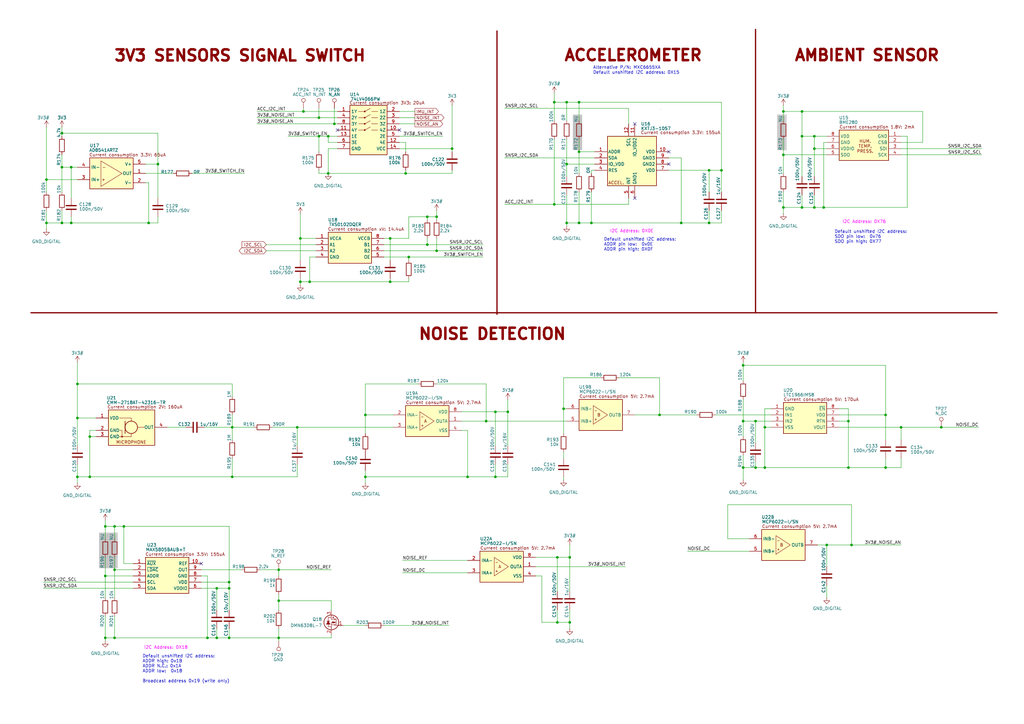
<source format=kicad_sch>
(kicad_sch (version 20250114) (generator "eeschema") (generator_version "9.0")
  (paper "A3")
  (title_block (date "18-04-2025") (rev "1") (comment 1 "Flatburn_V4") (comment 2 "Luca Brighenti") (comment 3 "-") (comment 4 "MIT"))
  (lib_symbols
    (symbol "Flatburn_V4_sym_library:ACCEL- KXTJ3-1057 "
      (property "Reference" "U" (at 3.81 15.494 0))
      (property "Value" "KXTJ3-1057" (at 3.81 13.97 0))
      (symbol "ACCEL- KXTJ3-1057 _1_1"
        (text "ACCEL." (at -6.35 -8.89 0) (effects (font (size 1.27 1.27))))
        (text "Current consumption 3.3V: 155uA\n" (at 20.066 11.684 0) (effects (font (size 1.27 1.27))))
        (pin input line (at -15.24 3.81 0) (length 5.08) (name "ADDR") (number "1"))
        (pin bidirectional line (at -15.24 1.27 0) (length 5.08) (name "SDA") (number "2"))
        (pin power_in line (at -15.24 -1.27 0) (length 5.08) (name "IO_VDD") (number "3"))
        (pin passive line (at -15.24 -3.81 0) (length 5.08) (name "RES") (number "4"))
        (pin input line (at -1.27 15.24 270) (length 5.08) (name "SCL") (number "12"))
        (pin passive line (at -1.27 -15.24 90) (length 5.08) (name "INT") (number "5"))
        (pin power_in line (at 1.27 15.24 270) (length 5.08) (name "IO_VDD2") (number "11"))
        (pin power_in line (at 1.27 -15.24 90) (length 5.08) (name "GND1") (number "6"))
        (pin power_in line (at 15.24 3.81 180) (length 5.08) (name "VDD") (number "10"))
        (pin power_in line (at 15.24 1.27 180) (length 5.08) (name "GND3") (number "9"))
        (pin power_in line (at 15.24 -1.27 180) (length 5.08) (name "GND2") (number "8"))
        (pin power_in line (at 15.24 -3.81 180) (length 5.08) (name "VDD") (number "7"))
      )
    )
    (symbol "Flatburn_V4_sym_library:CS-C-0402-100n/50V-10%" (pin_numbers (hide yes))
      (property "Reference" "C" (at -1.778 -4.318 90))
      (property "Value" "100n/50V" (at -1.778 1.27 90))
      (symbol "CS-C-0402-100n/50V-10%_1_1"
        (pin passive line (at 0 3.81 270) (length 2.794) (name "~") (number "1"))
        (pin passive line (at 0 -3.81 90) (length 2.794) (name "~") (number "2"))
      )
    )
    (symbol "Flatburn_V4_sym_library:CS-C-0402-1u/16V-10%" (pin_numbers (hide yes))
      (property "Reference" "C" (at -1.778 -4.318 90))
      (property "Value" "1u/16V" (at -1.778 1.27 90))
      (symbol "CS-C-0402-1u/16V-10%_1_1"
        (pin passive line (at 0 3.81 270) (length 2.794) (name "~") (number "1"))
        (pin passive line (at 0 -3.81 90) (length 2.794) (name "~") (number "2"))
      )
    )
    (symbol "Flatburn_V4_sym_library:CS-C-0603-10u/10V-10%" (pin_numbers (hide yes))
      (property "Reference" "C" (at -1.778 -4.318 90))
      (property "Value" "10u/10V" (at -1.778 1.27 90))
      (symbol "CS-C-0603-10u/10V-10%_1_1"
        (pin passive line (at 0 3.81 270) (length 2.794) (name "~") (number "1"))
        (pin passive line (at 0 -3.81 90) (length 2.794) (name "~") (number "2"))
      )
    )
    (symbol "Flatburn_V4_sym_library:DAC - 12bit/2.7-5V -  TXS0102DQER_1_1"
      (property "Reference" "U" (at -8.89 11.938 0))
      (property "Value" "MAX5805BAUB+T" (at -8.89 11.43 0))
      (symbol "DAC - 12bit/2.7-5V -  TXS0102DQER_1_1_1_1"
        (text "Current consumption 3.5V: 155uA" (at 7.366 8.89 0) (effects (font (size 1.27 1.27))))
        (pin input line (at -13.97 5.08 0) (length 5.08) (name "~{AUX}") (number "1"))
        (pin passive line (at -13.97 2.54 0) (length 5.08) (name "~{LDAC}") (number "2"))
        (pin passive line (at -13.97 0 0) (length 5.08) (name "ADDR") (number "3"))
        (pin input line (at -13.97 -2.54 0) (length 5.08) (name "SCL") (number "4"))
        (pin bidirectional line (at -13.97 -5.08 0) (length 5.08) (name "SDA") (number "5"))
        (pin passive line (at 13.97 5.08 180) (length 5.08) (name "REF") (number "10"))
        (pin bidirectional line (at 13.97 2.54 180) (length 5.08) (name "OUT") (number "9"))
        (pin power_in line (at 13.97 0 180) (length 5.08) (name "GND") (number "8"))
        (pin power_in line (at 13.97 -2.54 180) (length 5.08) (name "VDD") (number "7"))
        (pin power_in line (at 13.97 -5.08 180) (length 5.08) (name "VDDIO") (number "6"))
      )
    )
    (symbol "Flatburn_V4_sym_library:HUM/TEMP/PRESS - BME280"
      (property "Reference" "U" (at -10.16 12.192 0))
      (property "Value" "BME280" (at -10.16 10.414 0))
      (symbol "HUM/TEMP/PRESS - BME280_1_1"
        (text "HUM.\nTEMP.\nPRESS." (at 0.508 -0.254 0) (effects (font (size 1.27 1.27))))
        (text "Current consumption 1.8V: 2mA\n" (at 5.334 7.62 0) (effects (font (size 1.27 1.27))))
        (pin power_in line (at -15.24 3.81 0) (length 5.08) (name "VDD") (number "8"))
        (pin power_in line (at -15.24 1.27 0) (length 5.08) (name "GND") (number "7"))
        (pin power_in line (at -15.24 -1.27 0) (length 5.08) (name "VDDIO") (number "6"))
        (pin output line (at -15.24 -3.81 0) (length 5.08) (name "SDO") (number "5"))
        (pin power_out line (at 15.24 3.81 180) (length 5.08) (name "GND") (number "1"))
        (pin input line (at 15.24 1.27 180) (length 5.08) (name "CSB") (number "2"))
        (pin input line (at 15.24 -1.27 180) (length 5.08) (name "SDI") (number "3"))
        (pin input line (at 15.24 -3.81 180) (length 5.08) (name "SCK") (number "4"))
      )
    )
    (symbol "Flatburn_V4_sym_library:LEVEL SHIF - 2x - TXS0102DQER"
      (property "Reference" "U" (at -8.89 11.938 0))
      (property "Value" "TXS0102DQER" (at -8.89 10.16 0))
      (symbol "LEVEL SHIF - 2x - TXS0102DQER_1_1"
        (text "Current consumption xV: 14.4uA" (at 6.604 7.62 0) (effects (font (size 1.27 1.27))))
        (pin passive line (at -13.97 3.81 0) (length 5.08) (name "VCCA") (number "1"))
        (pin passive line (at -13.97 1.27 0) (length 5.08) (name "A1") (number "2"))
        (pin passive line (at -13.97 -1.27 0) (length 5.08) (name "A2") (number "3"))
        (pin passive line (at -13.97 -3.81 0) (length 5.08) (name "GND") (number "4"))
        (pin passive line (at 13.97 3.81 180) (length 5.08) (name "VCCB") (number "8"))
        (pin passive line (at 13.97 1.27 180) (length 5.08) (name "B1") (number "7"))
        (pin passive line (at 13.97 -1.27 180) (length 5.08) (name "B2") (number "6"))
        (pin passive line (at 13.97 -3.81 180) (length 5.08) (name "OE") (number "5"))
      )
    )
    (symbol "Flatburn_V4_sym_library:MIC - 94dB/1KHz -  CMM-2718AT-42316-TR "
      (property "Reference" "U" (at -9.398 12.954 0))
      (property "Value" "CMM-2718AT-42316-TR" (at -9.398 11.176 0))
      (symbol "MIC - 94dB/1KHz -  CMM-2718AT-42316-TR _1_1"
        (text "MICROPHONE" (at 0.508 -6.096 0) (effects (font (size 1.27 1.27))))
        (text "Current consumption 2V: 160uA\n" (at 6.096 8.382 0) (effects (font (size 1.27 1.27))))
        (pin power_in line (at -13.97 3.81 0) (length 5.08) (name "VDD") (number "1"))
        (pin input line (at -13.97 -1.27 0) (length 5.08) (name "GND") (number "2"))
        (pin power_in line (at -13.97 -3.81 0) (length 5.08) (name "GND") (number "3"))
        (pin bidirectional line (at 15.24 0 180) (length 5.08) (name "OUT") (number "4"))
      )
    )
    (symbol "Flatburn_V4_sym_library:NMOS - 30V 350mA -  DMN63D8L-7" (pin_names (offset 0.254) (hide yes))
      (property "Reference" "Q" (at -17.272 5.08 0))
      (property "Value" "DMN63D8L-7" (at -17.272 3.302 0))
      (symbol "NMOS - 30V 350mA -  DMN63D8L-7_1_1"
        (text "n" (at -0.762 2.032 0) (effects (font (size 0.889 0.889))))
        (pin passive line (at -5.08 -1.27 0) (length 2.54) (name "G") (number "1"))
        (pin passive line (at 0 5.08 270) (length 2.54) (name "D") (number "3"))
        (pin input line (at 0 -5.08 90) (length 2.54) (name "S") (number "2"))
      )
    )
    (symbol "Flatburn_V4_sym_library:OPAMP - 5.5V/10MHz - MCP6022-I/SN"
      (property "Reference" "U" (at -7.366 12.192 0))
      (property "Value" "MCP6022-I/SN" (at -7.366 10.16 0))
      (symbol "OPAMP - 5.5V/10MHz - MCP6022-I/SN_1_1"
        (text "-" (at -0.762 1.778 0) (effects (font (size 1.016 1.016))))
        (text "+" (at -0.762 -1.778 0) (effects (font (size 1.016 1.016))))
        (text "A" (at 0.508 0 0) (effects (font (size 1.27 1.27))))
        (text "Current consumption 5V: 2.7mA" (at 7.874 7.62 0) (effects (font (size 1.27 1.27))))
        (pin passive line (at -12.7 2.54 0) (length 5.08) (name "INA-") (number "2"))
        (pin passive line (at -12.7 -2.54 0) (length 5.08) (name "INA+") (number "3"))
        (pin passive line (at 15.24 3.81 180) (length 5.08) (name "VDD") (number "8"))
        (pin passive line (at 15.24 0 180) (length 5.08) (name "OUTA") (number "1"))
        (pin passive line (at 15.24 -3.81 180) (length 5.08) (name "VSS") (number "4"))
      )
      (symbol "OPAMP - 5.5V/10MHz - MCP6022-I/SN_2_1"
        (text "-" (at -0.762 1.778 0) (effects (font (size 1.016 1.016))))
        (text "+" (at -0.762 -1.778 0) (effects (font (size 1.016 1.016))))
        (text "B" (at 0.508 0 0) (effects (font (size 1.27 1.27))))
        (text "Current consumption 5V: 2.7mA" (at 7.874 7.62 0) (effects (font (size 1.27 1.27))))
        (pin passive line (at -12.7 2.54 0) (length 5.08) (name "INB-") (number "6"))
        (pin passive line (at -12.7 -2.54 0) (length 5.08) (name "INB+") (number "5"))
        (pin passive line (at 15.24 0 180) (length 5.08) (name "OUTB") (number "7"))
      )
    )
    (symbol "Flatburn_V4_sym_library:OPAMP - 5V/1MHz - AD8541ARTZ-REEL7 "
      (property "Reference" "U" (at -8.89 11.938 0))
      (property "Value" "AD8541ARTZ" (at -8.89 10.16 0))
      (symbol "OPAMP - 5V/1MHz - AD8541ARTZ-REEL7 _1_1"
        (text "+" (at -3.302 -2.54 0) (effects (font (size 1.27 1.27))))
        (text "-" (at -3.048 2.54 0) (effects (font (size 1.27 1.27))))
        (text "Current consumption 3.3V: 65uA" (at 6.604 7.62 0) (effects (font (size 1.27 1.27))))
        (pin passive line (at -13.97 2.54 0) (length 5.08) (name "IN-") (number "4"))
        (pin passive line (at -13.97 -2.54 0) (length 5.08) (name "IN+") (number "3"))
        (pin passive line (at 13.97 3.81 180) (length 5.08) (name "V+") (number "5"))
        (pin passive line (at 13.97 0 180) (length 5.08) (name "OUT") (number "1"))
        (pin passive line (at 13.97 -3.81 180) (length 5.08) (name "V-") (number "2"))
      )
    )
    (symbol "Flatburn_V4_sym_library:RMS-DC CONV - +-5.5V -  TXS0102DQER_1"
      (property "Reference" "U" (at -8.89 11.938 0))
      (property "Value" "LTC1966IMS8" (at -8.89 10.16 0))
      (symbol "RMS-DC CONV - +-5.5V -  TXS0102DQER_1_1_1"
        (text "Current consumption 5V: 170uA" (at 6.604 7.62 0) (effects (font (size 1.27 1.27))))
        (pin passive line (at -13.97 3.81 0) (length 5.08) (name "GND") (number "1"))
        (pin input line (at -13.97 1.27 0) (length 5.08) (name "IN1") (number "2"))
        (pin input line (at -13.97 -1.27 0) (length 5.08) (name "IN2") (number "3"))
        (pin power_in line (at -13.97 -3.81 0) (length 5.08) (name "VSS") (number "4"))
        (pin passive line (at 13.97 3.81 180) (length 5.08) (name "~{EN}") (number "8"))
        (pin power_in line (at 13.97 1.27 180) (length 5.08) (name "VDD") (number "7"))
        (pin output line (at 13.97 -1.27 180) (length 5.08) (name "RTN") (number "6"))
        (pin output line (at 13.97 -3.81 180) (length 5.08) (name "VOUT") (number "5"))
      )
    )
    (symbol "Flatburn_V4_sym_library:RS-0402-0R 1/5W 0.5%" (pin_numbers (hide yes)) (pin_names (hide yes))
      (property "Reference" "R" (at -1.778 -6.096 90))
      (property "Value" "0R" (at -1.778 3.556 90))
      (symbol "RS-0402-0R 1/5W 0.5%_1_1"
        (pin passive line (at 0 3.81 270) (length 1.27) (name "~") (number "1"))
        (pin passive line (at 0 -3.81 90) (length 1.27) (name "~") (number "2"))
      )
    )
    (symbol "Flatburn_V4_sym_library:RS-0402-100K 1/16W 1%" (pin_numbers (hide yes)) (pin_names (hide yes))
      (property "Reference" "R" (at -1.778 -6.096 90))
      (property "Value" "100k" (at -1.778 3.556 90))
      (symbol "RS-0402-100K 1/16W 1%_1_1"
        (pin passive line (at 0 3.81 270) (length 1.27) (name "~") (number "1"))
        (pin passive line (at 0 -3.81 90) (length 1.27) (name "~") (number "2"))
      )
    )
    (symbol "Flatburn_V4_sym_library:RS-0402-100R 1/16W 1%" (pin_numbers (hide yes)) (pin_names (hide yes))
      (property "Reference" "R" (at -1.778 -6.096 90))
      (property "Value" "100R" (at -1.778 3.556 90))
      (symbol "RS-0402-100R 1/16W 1%_1_1"
        (pin passive line (at 0 3.81 270) (length 1.27) (name "~") (number "1"))
        (pin passive line (at 0 -3.81 90) (length 1.27) (name "~") (number "2"))
      )
    )
    (symbol "Flatburn_V4_sym_library:RS-0402-10K 1/16W 1%" (pin_numbers (hide yes)) (pin_names (hide yes))
      (property "Reference" "R" (at -1.778 -6.096 90))
      (property "Value" "10k" (at -1.778 3.556 90))
      (symbol "RS-0402-10K 1/16W 1%_1_1"
        (pin passive line (at 0 3.81 270) (length 1.27) (name "~") (number "1"))
        (pin passive line (at 0 -3.81 90) (length 1.27) (name "~") (number "2"))
      )
    )
    (symbol "Flatburn_V4_sym_library:RS-0402-120K 1/16W 1%" (pin_numbers (hide yes)) (pin_names (hide yes))
      (property "Reference" "R" (at -1.778 -6.096 90))
      (property "Value" "120k" (at -1.778 3.556 90))
      (symbol "RS-0402-120K 1/16W 1%_1_1"
        (pin passive line (at 0 3.81 270) (length 1.27) (name "~") (number "1"))
        (pin passive line (at 0 -3.81 90) (length 1.27) (name "~") (number "2"))
      )
    )
    (symbol "Flatburn_V4_sym_library:RS-0402-1K 1/16W 1%" (pin_numbers (hide yes)) (pin_names (hide yes))
      (property "Reference" "R" (at -1.778 -6.096 90))
      (property "Value" "1k" (at -1.778 3.556 90))
      (symbol "RS-0402-1K 1/16W 1%_1_1"
        (pin passive line (at 0 3.81 270) (length 1.27) (name "~") (number "1"))
        (pin passive line (at 0 -3.81 90) (length 1.27) (name "~") (number "2"))
      )
    )
    (symbol "Flatburn_V4_sym_library:RS-0402-1M 1/16W 1%" (pin_numbers (hide yes)) (pin_names (hide yes))
      (property "Reference" "R" (at -1.778 -6.096 90))
      (property "Value" "1M" (at -1.778 3.556 90))
      (symbol "RS-0402-1M 1/16W 1%_1_1"
        (pin passive line (at 0 3.81 270) (length 1.27) (name "~") (number "1"))
        (pin passive line (at 0 -3.81 90) (length 1.27) (name "~") (number "2"))
      )
    )
    (symbol "Flatburn_V4_sym_library:RS-0402-2K2 1/16W 1%" (pin_numbers (hide yes)) (pin_names (hide yes))
      (property "Reference" "R" (at -1.778 -6.096 90))
      (property "Value" "2.2k" (at -1.778 3.556 90))
      (symbol "RS-0402-2K2 1/16W 1%_1_1"
        (pin passive line (at 0 3.81 270) (length 1.27) (name "~") (number "1"))
        (pin passive line (at 0 -3.81 90) (length 1.27) (name "~") (number "2"))
      )
    )
    (symbol "Flatburn_V4_sym_library:RS-0402-4K7 1/16W 1%" (pin_numbers (hide yes)) (pin_names (hide yes))
      (property "Reference" "R" (at -1.778 -6.096 90))
      (property "Value" "4.7k" (at -1.778 3.556 90))
      (symbol "RS-0402-4K7 1/16W 1%_1_1"
        (pin passive line (at 0 3.81 270) (length 1.27) (name "~") (number "1"))
        (pin passive line (at 0 -3.81 90) (length 1.27) (name "~") (number "2"))
      )
    )
    (symbol "Flatburn_V4_sym_library:RS-0603-390R 1/16W 1%" (pin_numbers (hide yes)) (pin_names (hide yes))
      (property "Reference" "R" (at -1.778 -6.096 90))
      (property "Value" "390R" (at -1.778 3.556 90))
      (symbol "RS-0603-390R 1/16W 1%_1_1"
        (pin passive line (at 0 3.81 270) (length 1.27) (name "~") (number "1"))
        (pin passive line (at 0 -3.81 90) (length 1.27) (name "~") (number "2"))
      )
    )
    (symbol "Flatburn_V4_sym_library:SWITCH - 4x - 74LV4066PW"
      (property "Reference" "U" (at -7.62 15.24 0))
      (property "Value" "74LV4066PW" (at -7.62 13.462 0))
      (symbol "SWITCH - 4x - 74LV4066PW_1_1"
        (text "Current consumption 3V3: 20uA" (at 7.62 11.176 0) (effects (font (size 1.27 1.27))))
        (pin passive line (at -12.7 7.62 0) (length 5.08) (name "1Y") (number "1"))
        (pin passive line (at -12.7 5.08 0) (length 5.08) (name "2Y") (number "4"))
        (pin passive line (at -12.7 2.54 0) (length 5.08) (name "3Y") (number "8"))
        (pin passive line (at -12.7 0 0) (length 5.08) (name "4Y") (number "11"))
        (pin passive line (at -12.7 -2.54 0) (length 5.08) (name "1E") (number "13"))
        (pin passive line (at -12.7 -5.08 0) (length 5.08) (name "3E") (number "6"))
        (pin passive line (at -12.7 -7.62 0) (length 5.08) (name "GND") (number "7"))
        (pin passive line (at 12.7 7.62 180) (length 5.08) (name "1Z") (number "2"))
        (pin passive line (at 12.7 5.08 180) (length 5.08) (name "2Z") (number "3"))
        (pin passive line (at 12.7 2.54 180) (length 5.08) (name "3Z") (number "9"))
        (pin passive line (at 12.7 0 180) (length 5.08) (name "4Z") (number "10"))
        (pin passive line (at 12.7 -2.54 180) (length 5.08) (name "2E") (number "5"))
        (pin passive line (at 12.7 -5.08 180) (length 5.08) (name "4E") (number "12"))
        (pin passive line (at 12.7 -7.62 180) (length 5.08) (name "VCC") (number "14"))
      )
    )
    (symbol "Flatburn_V4_sym_library:TestPoint" (pin_numbers (hide yes)) (pin_names (offset 0.762) (hide yes))
      (property "Reference" "TP" (at 0 6.858 0))
      (property "Value" "TestPoint" (at 0 5.08 0))
      (symbol "TestPoint_1_1"
        (pin passive line (at 0 0 90) (length 2.54) (name "1") (number "1"))
      )
    )
    (symbol "power:+3.3V" (power) (pin_numbers (hide yes)) (pin_names (offset 0) (hide yes))
      (property "Value" "+3.3V" (at 0 3.556 0))
      (symbol "+3.3V_1_1"
        (pin power_in line (at 0 0 90) (length 0) (name "~") (number "1"))
      )
    )
    (symbol "power:GND" (power) (pin_numbers (hide yes)) (pin_names (offset 0) (hide yes))
      (property "Value" "GND" (at 0 -3.81 0))
      (symbol "GND_1_1"
        (pin power_in line (at 0 0 270) (length 0) (name "~") (number "1"))
      )
    )
    (symbol "power:VPP" (power) (pin_numbers (hide yes)) (pin_names (offset 0) (hide yes))
      (property "Value" "VPP" (at 0 3.556 0))
      (symbol "VPP_1_1"
        (pin power_in line (at 0 0 90) (length 0) (name "~") (number "1"))
      )
    )
  )
  (rectangle (start 234.95 46.99) (end 238.76 61.595) (stroke (width -0.0001) (color 194 194 194 1)) (fill (type color) (color 194 194 194 1)))
  (rectangle (start 318.77 46.99) (end 322.58 61.595) (stroke (width -0.0001) (color 194 194 194 1)) (fill (type color) (color 194 194 194 1)))
  (rectangle (start 40.64 218.44) (end 44.45 233.045) (stroke (width -0.0001) (color 194 194 194 1)) (fill (type color) (color 194 194 194 1)))
  (rectangle (start 44.45 218.44) (end 48.26 233.045) (stroke (width -0.0001) (color 194 194 194 1)) (fill (type color) (color 194 194 194 1)))
  (text "3V3 SENSORS SIGNAL SWITCH\n\n" (at 98.425 26.67 0) (effects (font (size 4.572 4.572) (thickness 1.016) (bold yes))))
  (text "I2C Address: 0X76\n			" (at 345.44 92.075 0) (effects (font (size 1.27 1.27) (thickness 0.1588)) (justify left)))
  (text "ACCELEROMETER" (at 259.715 22.86 0) (effects (font (size 4.572 4.572) (thickness 1.016) (bold yes))))
  (text "Default unshifted I2C address:\nADDR pin low:  0x0E				\nADDR pin high: 0X0F	" (at 247.65 100.33 0) (effects (font (size 1.27 1.27)) (justify left)))
  (text "AMBIENT SENSOR" (at 355.6 22.86 0) (effects (font (size 4.572 4.572) (thickness 1.016) (bold yes))))
  (text "Alternative P/N: MXC6655XA\nDefault unshifted I2C address: 0X15\n		\n" (at 243.205 29.845 0) (effects (font (size 1.27 1.27)) (justify left)))
  (text "I2C Address: 0X18\n			" (at 59.055 266.7 0) (effects (font (size 1.27 1.27) (thickness 0.1588)) (justify left)))
  (text "I2C Address: 0X0E	\n			" (at 250.19 95.885 0) (effects (font (size 1.27 1.27) (thickness 0.1588)) (justify left)))
  (text "NOISE DETECTION\n" (at 201.93 137.16 0) (effects (font (size 4.572 4.572) (thickness 1.016) (bold yes))))
  (text "Default unshifted I2C address:\nADDR high: 0x1B\nADDR N.C.: 0x1A\nADDR low:  0x18\n\nBroadcast address 0x19 (write only)" (at 58.42 274.32 0) (effects (font (size 1.27 1.27)) (justify left)))
  (text "Default unshifted I2C address:\nSDO pin low:  0x76				\nSDO pin high: 0X77" (at 342.265 97.155 0) (effects (font (size 1.27 1.27)) (justify left)))
  (junction (at 134.62 71.12))
  (junction (at 199.39 172.72))
  (junction (at 304.8 149.86))
  (junction (at 208.28 168.91))
  (junction (at 123.19 97.79))
  (junction (at 185.42 60.96))
  (junction (at 386.08 175.26))
  (junction (at 25.4 54.61))
  (junction (at 36.83 195.58))
  (junction (at 36.83 179.07))
  (junction (at 179.07 88.9))
  (junction (at 31.75 157.48))
  (junction (at 88.9 261.62))
  (junction (at 43.18 236.22))
  (junction (at 227.33 41.91))
  (junction (at 114.3 261.62))
  (junction (at 337.82 85.09))
  (junction (at 228.6 228.6))
  (junction (at 232.41 67.31))
  (junction (at 46.99 233.68))
  (junction (at 166.37 71.12))
  (junction (at 328.93 55.88))
  (junction (at 175.26 88.9))
  (junction (at 114.3 233.68))
  (junction (at 279.4 91.44))
  (junction (at 203.2 195.58))
  (junction (at 228.6 255.27))
  (junction (at 290.83 91.44))
  (junction (at 231.14 167.64))
  (junction (at 160.02 97.79))
  (junction (at 127 115.57))
  (junction (at 31.75 171.45))
  (junction (at 85.09 261.62))
  (junction (at 137.16 50.8))
  (junction (at 321.31 63.5))
  (junction (at 349.25 223.52))
  (junction (at 347.98 191.77))
  (junction (at 88.9 241.3))
  (junction (at 233.68 228.6))
  (junction (at 93.98 238.76))
  (junction (at 232.41 41.91))
  (junction (at 304.8 172.72))
  (junction (at 237.49 91.44))
  (junction (at 149.86 170.18))
  (junction (at 114.3 246.38))
  (junction (at 339.09 223.52))
  (junction (at 25.4 68.58))
  (junction (at 43.18 215.9))
  (junction (at 19.05 73.66))
  (junction (at 175.26 100.33))
  (junction (at 270.51 170.18))
  (junction (at 95.25 195.58))
  (junction (at 347.98 172.72))
  (junction (at 363.22 191.77))
  (junction (at 334.01 55.88))
  (junction (at 29.21 91.44))
  (junction (at 304.8 191.77))
  (junction (at 328.93 85.09))
  (junction (at 179.07 102.87))
  (junction (at 309.88 191.77))
  (junction (at 43.18 261.62))
  (junction (at 19.05 91.44))
  (junction (at 237.49 62.23))
  (junction (at 130.81 55.88))
  (junction (at 313.69 175.26))
  (junction (at 130.81 48.26))
  (junction (at 203.2 168.91))
  (junction (at 237.49 41.91))
  (junction (at 123.19 115.57))
  (junction (at 134.62 55.88))
  (junction (at 227.33 83.82))
  (junction (at 93.98 241.3))
  (junction (at 309.88 172.72))
  (junction (at 232.41 91.44))
  (junction (at 328.93 45.72))
  (junction (at 321.31 45.72))
  (junction (at 64.77 67.31))
  (junction (at 50.8 215.9))
  (junction (at 95.25 175.26))
  (junction (at 149.86 195.58))
  (junction (at 295.91 69.85))
  (junction (at 121.92 175.26))
  (junction (at 290.83 69.85))
  (junction (at 321.31 85.09))
  (junction (at 46.99 261.62))
  (junction (at 313.69 191.77))
  (junction (at 233.68 255.27))
  (junction (at 334.01 85.09))
  (junction (at 25.4 91.44))
  (junction (at 167.64 105.41))
  (junction (at 46.99 215.9))
  (junction (at 93.98 261.62))
  (junction (at 160.02 115.57))
  (junction (at 242.57 91.44))
  (junction (at 124.46 45.72))
  (junction (at 363.22 170.18))
  (junction (at 60.96 91.44))
  (junction (at 31.75 195.58))
  (junction (at 334.01 60.96))
  (junction (at 191.77 195.58))
  (junction (at 29.21 68.58))
  (junction (at 369.57 175.26))
  (no_connect (at 163.83 53.34))
  (no_connect (at 138.43 53.34))
  (no_connect (at 82.55 231.14))
  (no_connect (at 274.32 67.31))
  (no_connect (at 274.32 62.23))
  (no_connect (at 260.35 50.8))
  (no_connect (at 260.35 81.28))
  (wire (pts (xy 17.78 238.76) (xy 54.61 238.76)))
  (wire (pts (xy 304.8 191.77) (xy 309.88 191.77)))
  (wire (pts (xy 123.19 115.57) (xy 127 115.57)))
  (wire (pts (xy 304.8 179.07) (xy 304.8 172.72)))
  (wire (pts (xy 43.18 213.36) (xy 43.18 215.9)))
  (wire (pts (xy 309.88 172.72) (xy 316.23 172.72)))
  (wire (pts (xy 19.05 73.66) (xy 31.75 73.66)))
  (wire (pts (xy 50.8 215.9) (xy 46.99 215.9)))
  (wire (pts (xy 17.78 241.3) (xy 54.61 241.3)))
  (wire (pts (xy 149.86 195.58) (xy 149.86 198.12)))
  (wire (pts (xy 127 115.57) (xy 160.02 115.57)))
  (wire (pts (xy 149.86 195.58) (xy 191.77 195.58)))
  (wire (pts (xy 207.01 83.82) (xy 227.33 83.82)))
  (wire (pts (xy 88.9 241.3) (xy 88.9 250.19)))
  (wire (pts (xy 208.28 190.5) (xy 208.28 195.58)))
  (wire (pts (xy 321.31 43.18) (xy 321.31 45.72)))
  (wire (pts (xy 167.64 114.3) (xy 167.64 115.57)))
  (wire (pts (xy 149.86 157.48) (xy 149.86 170.18)))
  (wire (pts (xy 233.68 255.27) (xy 233.68 257.81)))
  (wire (pts (xy 228.6 255.27) (xy 233.68 255.27)))
  (wire (pts (xy 231.14 154.94) (xy 231.14 167.64)))
  (wire (pts (xy 175.26 88.9) (xy 175.26 90.17)))
  (wire (pts (xy 60.96 74.93) (xy 59.69 74.93)))
  (wire (pts (xy 64.77 67.31) (xy 64.77 54.61)))
  (wire (pts (xy 321.31 85.09) (xy 328.93 85.09)))
  (wire (pts (xy 85.09 261.62) (xy 88.9 261.62)))
  (wire (pts (xy 242.57 69.85) (xy 242.57 71.12)))
  (wire (pts (xy 25.4 63.5) (xy 25.4 68.58)))
  (wire (pts (xy 163.83 60.96) (xy 185.42 60.96)))
  (wire (pts (xy 208.28 163.83) (xy 208.28 168.91)))
  (wire (pts (xy 95.25 157.48) (xy 31.75 157.48)))
  (wire (pts (xy 167.64 105.41) (xy 198.12 105.41)))
  (wire (pts (xy 339.09 223.52) (xy 349.25 223.52)))
  (wire (pts (xy 138.43 50.8) (xy 137.16 50.8)))
  (wire (pts (xy 237.49 57.15) (xy 237.49 62.23)))
  (wire (pts (xy 237.49 71.12) (xy 237.49 62.23)))
  (wire (pts (xy 203.2 168.91) (xy 203.2 182.88)))
  (wire (pts (xy 78.74 71.12) (xy 100.33 71.12)))
  (wire (pts (xy 347.98 167.64) (xy 347.98 172.72)))
  (wire (pts (xy 290.83 69.85) (xy 295.91 69.85)))
  (wire (pts (xy 19.05 52.07) (xy 19.05 73.66)))
  (wire (pts (xy 339.09 60.96) (xy 334.01 60.96)))
  (wire (pts (xy 372.11 85.09) (xy 337.82 85.09)))
  (wire (pts (xy 64.77 91.44) (xy 60.96 91.44)))
  (wire (pts (xy 347.98 172.72) (xy 347.98 191.77)))
  (wire (pts (xy 135.89 246.38) (xy 114.3 246.38)))
  (wire (pts (xy 237.49 91.44) (xy 242.57 91.44)))
  (wire (pts (xy 134.62 71.12) (xy 166.37 71.12)))
  (wire (pts (xy 50.8 231.14) (xy 54.61 231.14)))
  (wire (pts (xy 304.8 172.72) (xy 309.88 172.72)))
  (wire (pts (xy 349.25 223.52) (xy 369.57 223.52)))
  (wire (pts (xy 334.01 55.88) (xy 334.01 60.96)))
  (wire (pts (xy 222.25 255.27) (xy 228.6 255.27)))
  (wire (pts (xy 257.81 83.82) (xy 257.81 81.28)))
  (wire (pts (xy 114.3 246.38) (xy 114.3 250.19)))
  (wire (pts (xy 19.05 73.66) (xy 19.05 78.74)))
  (wire (pts (xy 347.98 191.77) (xy 363.22 191.77)))
  (wire (pts (xy 257.81 50.8) (xy 257.81 44.45)))
  (wire (pts (xy 36.83 195.58) (xy 31.75 195.58)))
  (wire (pts (xy 189.23 168.91) (xy 203.2 168.91)))
  (wire (pts (xy 179.07 102.87) (xy 198.12 102.87)))
  (wire (pts (xy 295.91 69.85) (xy 295.91 78.74)))
  (wire (pts (xy 93.98 250.19) (xy 93.98 241.3)))
  (wire (pts (xy 274.32 64.77) (xy 279.4 64.77)))
  (wire (pts (xy 134.62 60.96) (xy 138.43 60.96)))
  (wire (pts (xy 68.58 175.26) (xy 76.2 175.26)))
  (wire (pts (xy 207.01 44.45) (xy 257.81 44.45)))
  (wire (pts (xy 369.57 175.26) (xy 386.08 175.26)))
  (wire (pts (xy 232.41 67.31) (xy 232.41 72.39)))
  (wire (pts (xy 309.88 191.77) (xy 313.69 191.77)))
  (wire (pts (xy 19.05 93.98) (xy 19.05 91.44)))
  (wire (pts (xy 43.18 228.6) (xy 43.18 236.22)))
  (wire (pts (xy 270.51 170.18) (xy 260.35 170.18)))
  (wire (pts (xy 185.42 62.23) (xy 185.42 60.96)))
  (wire (pts (xy 179.07 97.79) (xy 179.07 102.87)))
  (wire (pts (xy 227.33 41.91) (xy 232.41 41.91)))
  (wire (pts (xy 233.68 250.19) (xy 233.68 255.27)))
  (wire (pts (xy 43.18 215.9) (xy 43.18 220.98)))
  (wire (pts (xy 149.86 170.18) (xy 149.86 177.8)))
  (wire (pts (xy 166.37 62.23) (xy 166.37 58.42)))
  (wire (pts (xy 43.18 245.11) (xy 43.18 236.22)))
  (wire (pts (xy 369.57 63.5) (xy 402.59 63.5)))
  (wire (pts (xy 121.92 175.26) (xy 161.29 175.26)))
  (wire (pts (xy 189.23 172.72) (xy 199.39 172.72)))
  (wire (pts (xy 328.93 55.88) (xy 334.01 55.88)))
  (wire (pts (xy 160.02 97.79) (xy 160.02 106.68)))
  (wire (pts (xy 114.3 261.62) (xy 135.89 261.62)))
  (wire (pts (xy 228.6 228.6) (xy 233.68 228.6)))
  (wire (pts (xy 185.42 43.18) (xy 185.42 60.96)))
  (wire (pts (xy 135.89 260.35) (xy 135.89 261.62)))
  (wire (pts (xy 167.64 97.79) (xy 160.02 97.79)))
  (wire (pts (xy 137.16 50.8) (xy 105.41 50.8)))
  (polyline (pts (xy 12.7 128.27) (xy 408.94 128.27)) (stroke (width 0.508) (color 132 0 0 1)))
  (wire (pts (xy 46.99 261.62) (xy 85.09 261.62)))
  (wire (pts (xy 232.41 67.31) (xy 243.84 67.31)))
  (wire (pts (xy 166.37 71.12) (xy 185.42 71.12)))
  (wire (pts (xy 321.31 57.15) (xy 321.31 63.5)))
  (wire (pts (xy 31.75 195.58) (xy 31.75 198.12)))
  (wire (pts (xy 134.62 58.42) (xy 134.62 55.88)))
  (wire (pts (xy 339.09 58.42) (xy 337.82 58.42)))
  (wire (pts (xy 203.2 190.5) (xy 203.2 195.58)))
  (wire (pts (xy 93.98 257.81) (xy 93.98 261.62)))
  (wire (pts (xy 109.22 100.33) (xy 129.54 100.33)))
  (wire (pts (xy 242.57 78.74) (xy 242.57 91.44)))
  (wire (pts (xy 121.92 175.26) (xy 121.92 182.88)))
  (wire (pts (xy 304.8 148.59) (xy 304.8 149.86)))
  (wire (pts (xy 134.62 60.96) (xy 134.62 71.12)))
  (wire (pts (xy 114.3 233.68) (xy 106.68 233.68)))
  (wire (pts (xy 46.99 252.73) (xy 46.99 261.62)))
  (wire (pts (xy 95.25 162.56) (xy 95.25 157.48)))
  (wire (pts (xy 349.25 223.52) (xy 349.25 207.01)))
  (wire (pts (xy 228.6 228.6) (xy 228.6 242.57)))
  (wire (pts (xy 304.8 163.83) (xy 304.8 172.72)))
  (wire (pts (xy 321.31 63.5) (xy 339.09 63.5)))
  (wire (pts (xy 130.81 48.26) (xy 138.43 48.26)))
  (wire (pts (xy 60.96 74.93) (xy 60.96 91.44)))
  (wire (pts (xy 363.22 170.18) (xy 363.22 180.34)))
  (wire (pts (xy 309.88 189.23) (xy 309.88 191.77)))
  (wire (pts (xy 31.75 190.5) (xy 31.75 195.58)))
  (wire (pts (xy 149.86 170.18) (xy 161.29 170.18)))
  (wire (pts (xy 64.77 88.9) (xy 64.77 91.44)))
  (wire (pts (xy 31.75 157.48) (xy 31.75 171.45)))
  (wire (pts (xy 25.4 55.88) (xy 25.4 54.61)))
  (wire (pts (xy 157.48 105.41) (xy 167.64 105.41)))
  (wire (pts (xy 114.3 233.68) (xy 135.89 233.68)))
  (wire (pts (xy 165.1 234.95) (xy 191.77 234.95)))
  (wire (pts (xy 242.57 91.44) (xy 279.4 91.44)))
  (wire (pts (xy 334.01 80.01) (xy 334.01 85.09)))
  (wire (pts (xy 166.37 71.12) (xy 166.37 69.85)))
  (wire (pts (xy 304.8 149.86) (xy 363.22 149.86)))
  (wire (pts (xy 328.93 55.88) (xy 328.93 72.39)))
  (polyline (pts (xy 203.835 12.7) (xy 203.835 128.905)) (stroke (width 0.508) (color 132 0 0 1)))
  (wire (pts (xy 123.19 114.3) (xy 123.19 115.57)))
  (wire (pts (xy 109.22 102.87) (xy 129.54 102.87)))
  (wire (pts (xy 93.98 241.3) (xy 93.98 238.76)))
  (wire (pts (xy 227.33 83.82) (xy 257.81 83.82)))
  (wire (pts (xy 232.41 80.01) (xy 232.41 91.44)))
  (wire (pts (xy 321.31 45.72) (xy 328.93 45.72)))
  (wire (pts (xy 124.46 45.72) (xy 138.43 45.72)))
  (wire (pts (xy 82.55 236.22) (xy 85.09 236.22)))
  (wire (pts (xy 114.3 262.89) (xy 114.3 261.62)))
  (wire (pts (xy 321.31 78.74) (xy 321.31 85.09)))
  (wire (pts (xy 123.19 97.79) (xy 129.54 97.79)))
  (wire (pts (xy 157.48 100.33) (xy 175.26 100.33)))
  (wire (pts (xy 304.8 149.86) (xy 304.8 156.21)))
  (wire (pts (xy 19.05 86.36) (xy 19.05 91.44)))
  (wire (pts (xy 130.81 55.88) (xy 130.81 62.23)))
  (wire (pts (xy 95.25 170.18) (xy 95.25 175.26)))
  (wire (pts (xy 29.21 88.9) (xy 29.21 91.44)))
  (wire (pts (xy 328.93 55.88) (xy 328.93 45.72)))
  (wire (pts (xy 105.41 45.72) (xy 124.46 45.72)))
  (wire (pts (xy 82.55 238.76) (xy 93.98 238.76)))
  (wire (pts (xy 88.9 257.81) (xy 88.9 261.62)))
  (wire (pts (xy 369.57 187.96) (xy 369.57 191.77)))
  (wire (pts (xy 171.45 157.48) (xy 149.86 157.48)))
  (wire (pts (xy 363.22 170.18) (xy 363.22 149.86)))
  (wire (pts (xy 39.37 176.53) (xy 36.83 176.53)))
  (wire (pts (xy 163.83 45.72) (xy 170.18 45.72)))
  (wire (pts (xy 25.4 68.58) (xy 29.21 68.58)))
  (wire (pts (xy 59.69 67.31) (xy 64.77 67.31)))
  (wire (pts (xy 232.41 41.91) (xy 237.49 41.91)))
  (wire (pts (xy 43.18 252.73) (xy 43.18 261.62)))
  (wire (pts (xy 246.38 154.94) (xy 231.14 154.94)))
  (wire (pts (xy 127 105.41) (xy 127 115.57)))
  (wire (pts (xy 29.21 91.44) (xy 25.4 91.44)))
  (wire (pts (xy 191.77 195.58) (xy 203.2 195.58)))
  (wire (pts (xy 43.18 236.22) (xy 54.61 236.22)))
  (wire (pts (xy 175.26 88.9) (xy 179.07 88.9)))
  (wire (pts (xy 46.99 220.98) (xy 46.99 215.9)))
  (wire (pts (xy 138.43 58.42) (xy 134.62 58.42)))
  (wire (pts (xy 279.4 64.77) (xy 279.4 91.44)))
  (wire (pts (xy 124.46 44.45) (xy 124.46 45.72)))
  (wire (pts (xy 386.08 175.26) (xy 401.32 175.26)))
  (wire (pts (xy 175.26 97.79) (xy 175.26 100.33)))
  (wire (pts (xy 82.55 241.3) (xy 88.9 241.3)))
  (wire (pts (xy 121.92 195.58) (xy 95.25 195.58)))
  (wire (pts (xy 231.14 185.42) (xy 231.14 187.96)))
  (wire (pts (xy 95.25 175.26) (xy 95.25 180.34)))
  (wire (pts (xy 208.28 182.88) (xy 208.28 168.91)))
  (wire (pts (xy 130.81 71.12) (xy 134.62 71.12)))
  (wire (pts (xy 46.99 233.68) (xy 46.99 245.11)))
  (wire (pts (xy 31.75 182.88) (xy 31.75 171.45)))
  (wire (pts (xy 137.16 44.45) (xy 137.16 50.8)))
  (wire (pts (xy 290.83 91.44) (xy 295.91 91.44)))
  (wire (pts (xy 254 154.94) (xy 270.51 154.94)))
  (wire (pts (xy 130.81 55.88) (xy 134.62 55.88)))
  (wire (pts (xy 114.3 257.81) (xy 114.3 261.62)))
  (wire (pts (xy 298.45 220.98) (xy 307.34 220.98)))
  (wire (pts (xy 207.01 64.77) (xy 243.84 64.77)))
  (wire (pts (xy 165.1 229.87) (xy 191.77 229.87)))
  (wire (pts (xy 46.99 228.6) (xy 46.99 233.68)))
  (wire (pts (xy 378.46 58.42) (xy 378.46 45.72)))
  (wire (pts (xy 167.64 105.41) (xy 167.64 106.68)))
  (wire (pts (xy 85.09 236.22) (xy 85.09 261.62)))
  (wire (pts (xy 313.69 167.64) (xy 316.23 167.64)))
  (wire (pts (xy 114.3 243.84) (xy 114.3 246.38)))
  (wire (pts (xy 29.21 68.58) (xy 31.75 68.58)))
  (wire (pts (xy 281.94 226.06) (xy 307.34 226.06)))
  (wire (pts (xy 175.26 100.33) (xy 198.12 100.33)))
  (wire (pts (xy 313.69 167.64) (xy 313.69 175.26)))
  (wire (pts (xy 232.41 57.15) (xy 232.41 67.31)))
  (wire (pts (xy 95.25 187.96) (xy 95.25 195.58)))
  (wire (pts (xy 222.25 236.22) (xy 222.25 255.27)))
  (wire (pts (xy 337.82 85.09) (xy 334.01 85.09)))
  (wire (pts (xy 135.89 250.19) (xy 135.89 246.38)))
  (wire (pts (xy 191.77 176.53) (xy 191.77 195.58)))
  (wire (pts (xy 163.83 48.26) (xy 170.18 48.26)))
  (wire (pts (xy 274.32 69.85) (xy 290.83 69.85)))
  (wire (pts (xy 344.17 175.26) (xy 369.57 175.26)))
  (wire (pts (xy 344.17 172.72) (xy 347.98 172.72)))
  (wire (pts (xy 179.07 157.48) (xy 199.39 157.48)))
  (wire (pts (xy 93.98 215.9) (xy 50.8 215.9)))
  (wire (pts (xy 59.69 71.12) (xy 71.12 71.12)))
  (wire (pts (xy 130.81 69.85) (xy 130.81 71.12)))
  (wire (pts (xy 134.62 55.88) (xy 138.43 55.88)))
  (wire (pts (xy 321.31 85.09) (xy 321.31 87.63)))
  (wire (pts (xy 95.25 195.58) (xy 36.83 195.58)))
  (wire (pts (xy 233.68 242.57) (xy 233.68 228.6)))
  (wire (pts (xy 46.99 215.9) (xy 43.18 215.9)))
  (wire (pts (xy 46.99 233.68) (xy 54.61 233.68)))
  (wire (pts (xy 157.48 256.54) (xy 184.15 256.54)))
  (wire (pts (xy 243.84 69.85) (xy 242.57 69.85)))
  (wire (pts (xy 231.14 167.64) (xy 232.41 167.64)))
  (wire (pts (xy 304.8 191.77) (xy 304.8 196.85)))
  (wire (pts (xy 118.11 55.88) (xy 130.81 55.88)))
  (wire (pts (xy 344.17 170.18) (xy 363.22 170.18)))
  (wire (pts (xy 88.9 261.62) (xy 93.98 261.62)))
  (wire (pts (xy 50.8 231.14) (xy 50.8 215.9)))
  (wire (pts (xy 36.83 176.53) (xy 36.83 179.07)))
  (wire (pts (xy 160.02 115.57) (xy 167.64 115.57)))
  (wire (pts (xy 64.77 67.31) (xy 64.77 81.28)))
  (wire (pts (xy 82.55 233.68) (xy 99.06 233.68)))
  (wire (pts (xy 191.77 176.53) (xy 189.23 176.53)))
  (wire (pts (xy 295.91 41.91) (xy 295.91 69.85)))
  (wire (pts (xy 339.09 223.52) (xy 339.09 232.41)))
  (wire (pts (xy 279.4 91.44) (xy 290.83 91.44)))
  (wire (pts (xy 339.09 55.88) (xy 334.01 55.88)))
  (wire (pts (xy 334.01 85.09) (xy 328.93 85.09)))
  (wire (pts (xy 160.02 97.79) (xy 157.48 97.79)))
  (wire (pts (xy 298.45 207.01) (xy 298.45 220.98)))
  (wire (pts (xy 123.19 106.68) (xy 123.19 97.79)))
  (wire (pts (xy 25.4 52.07) (xy 25.4 54.61)))
  (wire (pts (xy 123.19 87.63) (xy 123.19 97.79)))
  (wire (pts (xy 163.83 50.8) (xy 170.18 50.8)))
  (wire (pts (xy 369.57 180.34) (xy 369.57 175.26)))
  (wire (pts (xy 160.02 114.3) (xy 160.02 115.57)))
  (wire (pts (xy 339.09 240.03) (xy 339.09 245.11)))
  (wire (pts (xy 166.37 58.42) (xy 163.83 58.42)))
  (wire (pts (xy 25.4 54.61) (xy 64.77 54.61)))
  (wire (pts (xy 295.91 86.36) (xy 295.91 91.44)))
  (wire (pts (xy 95.25 175.26) (xy 83.82 175.26)))
  (wire (pts (xy 130.81 44.45) (xy 130.81 48.26)))
  (wire (pts (xy 313.69 191.77) (xy 347.98 191.77)))
  (wire (pts (xy 321.31 63.5) (xy 321.31 71.12)))
  (wire (pts (xy 123.19 115.57) (xy 123.19 116.84)))
  (wire (pts (xy 167.64 88.9) (xy 167.64 97.79)))
  (wire (pts (xy 199.39 172.72) (xy 232.41 172.72)))
  (wire (pts (xy 369.57 55.88) (xy 372.11 55.88)))
  (wire (pts (xy 378.46 45.72) (xy 328.93 45.72)))
  (wire (pts (xy 237.49 41.91) (xy 237.49 49.53)))
  (wire (pts (xy 167.64 88.9) (xy 175.26 88.9)))
  (wire (pts (xy 31.75 171.45) (xy 39.37 171.45)))
  (wire (pts (xy 31.75 148.59) (xy 31.75 157.48)))
  (wire (pts (xy 369.57 58.42) (xy 378.46 58.42)))
  (wire (pts (xy 29.21 68.58) (xy 29.21 81.28)))
  (wire (pts (xy 105.41 48.26) (xy 130.81 48.26)))
  (wire (pts (xy 43.18 262.89) (xy 43.18 261.62)))
  (wire (pts (xy 293.37 170.18) (xy 316.23 170.18)))
  (wire (pts (xy 231.14 195.58) (xy 231.14 196.85)))
  (wire (pts (xy 121.92 175.26) (xy 111.76 175.26)))
  (wire (pts (xy 232.41 91.44) (xy 237.49 91.44)))
  (wire (pts (xy 219.71 228.6) (xy 228.6 228.6)))
  (wire (pts (xy 208.28 195.58) (xy 203.2 195.58)))
  (wire (pts (xy 222.25 236.22) (xy 219.71 236.22)))
  (wire (pts (xy 114.3 236.22) (xy 114.3 233.68)))
  (wire (pts (xy 309.88 181.61) (xy 309.88 172.72)))
  (wire (pts (xy 270.51 170.18) (xy 285.75 170.18)))
  (wire (pts (xy 157.48 102.87) (xy 179.07 102.87)))
  (polyline (pts (xy 309.88 12.065) (xy 309.88 128.27)) (stroke (width 0.508) (color 132 0 0 1)))
  (wire (pts (xy 228.6 250.19) (xy 228.6 255.27)))
  (wire (pts (xy 369.57 60.96) (xy 402.59 60.96)))
  (wire (pts (xy 334.01 60.96) (xy 334.01 72.39)))
  (wire (pts (xy 179.07 90.17) (xy 179.07 88.9)))
  (wire (pts (xy 290.83 86.36) (xy 290.83 91.44)))
  (wire (pts (xy 199.39 157.48) (xy 199.39 172.72)))
  (wire (pts (xy 181.61 55.88) (xy 163.83 55.88)))
  (wire (pts (xy 237.49 41.91) (xy 295.91 41.91)))
  (wire (pts (xy 36.83 179.07) (xy 39.37 179.07)))
  (wire (pts (xy 313.69 175.26) (xy 316.23 175.26)))
  (wire (pts (xy 179.07 86.36) (xy 179.07 88.9)))
  (wire (pts (xy 25.4 91.44) (xy 19.05 91.44)))
  (wire (pts (xy 227.33 38.1) (xy 227.33 41.91)))
  (wire (pts (xy 140.97 256.54) (xy 149.86 256.54)))
  (wire (pts (xy 290.83 69.85) (xy 290.83 78.74)))
  (wire (pts (xy 237.49 62.23) (xy 243.84 62.23)))
  (wire (pts (xy 43.18 261.62) (xy 46.99 261.62)))
  (wire (pts (xy 93.98 238.76) (xy 93.98 215.9)))
  (wire (pts (xy 25.4 86.36) (xy 25.4 91.44)))
  (wire (pts (xy 232.41 41.91) (xy 232.41 49.53)))
  (wire (pts (xy 233.68 223.52) (xy 233.68 228.6)))
  (wire (pts (xy 335.28 223.52) (xy 339.09 223.52)))
  (wire (pts (xy 95.25 175.26) (xy 104.14 175.26)))
  (wire (pts (xy 337.82 58.42) (xy 337.82 85.09)))
  (wire (pts (xy 328.93 85.09) (xy 328.93 80.01)))
  (wire (pts (xy 36.83 179.07) (xy 36.83 195.58)))
  (wire (pts (xy 231.14 177.8) (xy 231.14 167.64)))
  (wire (pts (xy 219.71 232.41) (xy 256.54 232.41)))
  (wire (pts (xy 29.21 91.44) (xy 60.96 91.44)))
  (wire (pts (xy 149.86 193.04) (xy 149.86 195.58)))
  (wire (pts (xy 227.33 41.91) (xy 227.33 49.53)))
  (wire (pts (xy 127 105.41) (xy 129.54 105.41)))
  (wire (pts (xy 304.8 186.69) (xy 304.8 191.77)))
  (wire (pts (xy 237.49 78.74) (xy 237.49 91.44)))
  (wire (pts (xy 372.11 55.88) (xy 372.11 85.09)))
  (wire (pts (xy 88.9 241.3) (xy 93.98 241.3)))
  (wire (pts (xy 121.92 190.5) (xy 121.92 195.58)))
  (wire (pts (xy 363.22 187.96) (xy 363.22 191.77)))
  (wire (pts (xy 369.57 191.77) (xy 363.22 191.77)))
  (wire (pts (xy 232.41 92.71) (xy 232.41 91.44)))
  (wire (pts (xy 349.25 207.01) (xy 298.45 207.01)))
  (wire (pts (xy 208.28 168.91) (xy 203.2 168.91)))
  (wire (pts (xy 344.17 167.64) (xy 347.98 167.64)))
  (wire (pts (xy 321.31 49.53) (xy 321.31 45.72)))
  (wire (pts (xy 227.33 57.15) (xy 227.33 83.82)))
  (wire (pts (xy 25.4 68.58) (xy 25.4 78.74)))
  (wire (pts (xy 270.51 154.94) (xy 270.51 170.18)))
  (wire (pts (xy 313.69 175.26) (xy 313.69 191.77)))
  (wire (pts (xy 93.98 261.62) (xy 114.3 261.62)))
  (wire (pts (xy 185.42 69.85) (xy 185.42 71.12)))
  (label "NOISE_REF" (at 135.89 233.68 180))
  (label "NOISE_REF" (at 165.1 229.87 0))
  (label "SNSR_I2C_SDA" (at 198.12 102.87 180))
  (label "3V3#_SWITCH_EN" (at 181.61 55.88 180))
  (label "3V3#_NOISE_INT" (at 184.15 256.54 180))
  (label "3V3#_SWITCH_EN" (at 198.12 105.41 180))
  (label "3V3#_NOISE_INT" (at 256.54 232.41 180))
  (label "SNSR_I2C_SCL" (at 198.12 100.33 180))
  (label "SNSR_I2C_SCL" (at 17.78 238.76 0))
  (label "3V3#_NOISE_AN" (at 369.57 223.52 180))
  (label "SNSR_I2C_SCL" (at 207.01 44.45 0))
  (label "3V3#_NOISE_INT" (at 105.41 48.26 0))
  (label "NOISE_DC" (at 401.32 175.26 180))
  (label "3V3#_SWITCH_EN" (at 118.11 55.88 0))
  (label "NOISE_DC" (at 281.94 226.06 0))
  (label "3V3#_SWITCH_EN" (at 100.33 71.12 180))
  (label "SNSR_I2C_SDA" (at 402.59 60.96 180))
  (label "SNSR_I2C_SDA" (at 207.01 64.77 0))
  (label "ACC_I2C_INT" (at 207.01 83.82 0))
  (label "SNSR_I2C_SDA" (at 17.78 241.3 0))
  (label "SNSR_I2C_SCL" (at 402.59 63.5 180))
  (label "NOISE_DC" (at 165.1 234.95 0))
  (label "ACC_I2C_INT" (at 105.41 45.72 0))
  (label "3V3#_NOISE_AN" (at 105.41 50.8 0))
  (global_label "I2C_SDA" (shape bidirectional) (at 109.22 102.87 180) (property "Intersheetrefs" "${INTERSHEET_REFS}" (effects (hide yes))))
  (global_label "I2C_SCL" (shape input) (at 109.22 100.33 180) (property "Intersheetrefs" "${INTERSHEET_REFS}" (effects (hide yes))))
  (global_label "IMU_INT" (shape output) (at 170.18 45.72 0) (property "Intersheetrefs" "${INTERSHEET_REFS}" (effects (hide yes))))
  (global_label "NOISE_INT" (shape output) (at 170.18 48.26 0) (property "Intersheetrefs" "${INTERSHEET_REFS}" (effects (hide yes))))
  (global_label "NOISE_AN" (shape output) (at 170.18 50.8 0) (property "Intersheetrefs" "${INTERSHEET_REFS}" (effects (hide yes))))
  (symbol (lib_id "power:GND") (at 232.41 92.71 0) (unit 1)
    (property "Reference" "#PWR083" (effects (hide yes)))
    (property "Value" "GND_DIGITAL" (at 232.41 97.79 0))
    (property "Description" "Power symbol creates a global label with name \"GND\" , ground" (effects (hide yes)))
  )
  (symbol (lib_id "Flatburn_V4_sym_library:CS-C-0402-100n/50V-10%") (at 231.14 191.77 0) (unit 1)
    (property "Reference" "C141" (at 222.885 190.5 0) (effects (justify left)))
    (property "Value" "100n/50V" (at 217.805 192.405 0) (effects (justify left)))
    (property "Footprint" "Capacitor_SMD:C_0402_1005Metric" (effects (hide yes)))
    (property "Description" "CHIP CAP.CER. 100nF 50V 10% X7R 0402" (effects (hide yes)))
    (property "Distributor" "FAE-043362" (effects (hide yes)))
    (property "Pkg Type" "SMD" (effects (hide yes)))
    (property "Temp Range" "-°..+°" (effects (hide yes)))
    (property "Implementation" "FAE_LB" (effects (hide yes)))
  )
  (symbol (lib_id "power:VPP") (at 43.18 213.36 0) (unit 1)
    (property "Reference" "#PWR093" (effects (hide yes)))
    (property "Value" "3V3#" (at 43.18 209.55 0))
    (property "Description" "Power symbol creates a global label with name \"VPP\"" (effects (hide yes)))
  )
  (symbol (lib_id "Flatburn_V4_sym_library:RS-0402-100K 1/16W 1%") (at 166.37 66.04 0) (unit 1)
    (property "Reference" "R176" (at 159.385 64.77 0) (effects (justify left)))
    (property "Value" "100k" (at 159.385 66.675 0) (effects (justify left)))
    (property "Footprint" "Resistor_SMD:R_0402_1005Metric" (effects (hide yes)))
    (property "Description" "CHIP. RES 100K 1/16W 0402 1%" (effects (hide yes)))
    (property "Distributor" "FAE-025127" (effects (hide yes)))
    (property "Pkg Type" "SMD" (effects (hide yes)))
    (property "Temp Range" "-°..+°" (effects (hide yes)))
    (property "Implementation" "FAE_LB" (effects (hide yes)))
  )
  (symbol (lib_id "Flatburn_V4_sym_library:OPAMP - 5.5V/10MHz - MCP6022-I/SN") (at 173.99 172.72 0) (unit 1)
    (property "Reference" "U19" (at 168.91 161.29 0))
    (property "Value" "MCP6022-I/SN" (at 173.99 163.195 0))
    (property "Footprint" "FAE-IC:SOIC127P600X175-8N" (effects (hide yes)))
    (property "Description" "OPAMP 2.5-5.5V, 10MHz, SOIC-8" (effects (hide yes)))
    (property "Distributor" "M-579-MCP6022-I/SN " (effects (hide yes)))
    (property "MPN" "MCP6022-I/SN" (effects (hide yes)))
    (property "Pkg Type" "SMD" (effects (hide yes)))
    (property "Price Distributor Cad" "1,71" (effects (hide yes)))
    (property "Temp Range" "-40°..+85°" (effects (hide yes)))
    (property "Implementation" "FAE_LB" (effects (hide yes)))
  )
  (symbol (lib_id "Flatburn_V4_sym_library:MIC - 94dB/1KHz -  CMM-2718AT-42316-TR ") (at 53.34 175.26 0) (unit 1)
    (property "Reference" "U21" (at 45.72 163.195 0))
    (property "Value" "CMM-2718AT-42316-TR" (at 55.88 165.1 0))
    (property "Footprint" "FAE-SENS:CMM2718AT42316TR" (effects (hide yes)))
    (property "Description" "Microphone, 94dB,1KHz" (effects (hide yes)))
    (property "Distributor" "M-490-CMM2718AT42316TR  " (effects (hide yes)))
    (property "MPN" "CMM-2718AT-42316-TR " (effects (hide yes)))
    (property "Pkg Type" "SMD" (effects (hide yes)))
    (property "Price Distributor Cad" "0,665" (effects (hide yes)))
    (property "Temp Range" "-40°..+100°" (effects (hide yes)))
    (property "Implementation" "FAE_LB" (effects (hide yes)))
  )
  (symbol (lib_id "Flatburn_V4_sym_library:RS-0402-100K 1/16W 1%") (at 304.8 160.02 180) (unit 1)
    (property "Reference" "R188" (at 303.53 166.37 90))
    (property "Value" "100k" (at 303.53 153.67 90))
    (property "Footprint" "Resistor_SMD:R_0402_1005Metric" (effects (hide yes)))
    (property "Description" "CHIP. RES 100K 1/16W 0402 1%" (effects (hide yes)))
    (property "Distributor" "FAE-025127" (effects (hide yes)))
    (property "Pkg Type" "SMD" (effects (hide yes)))
    (property "Temp Range" "-°..+°" (effects (hide yes)))
    (property "Implementation" "FAE_LB" (effects (hide yes)))
  )
  (symbol (lib_id "Flatburn_V4_sym_library:CS-C-0402-100n/50V-10%") (at 203.2 186.69 0) (unit 1)
    (property "Reference" "C138" (at 201.93 193.675 90) (effects (justify left)))
    (property "Value" "100n/50V" (at 201.93 184.785 90) (effects (justify left)))
    (property "Footprint" "Capacitor_SMD:C_0402_1005Metric" (effects (hide yes)))
    (property "Description" "CHIP CAP.CER. 100nF 50V 10% X7R 0402" (effects (hide yes)))
    (property "Distributor" "FAE-043362" (effects (hide yes)))
    (property "Pkg Type" "SMD" (effects (hide yes)))
    (property "Temp Range" "-°..+°" (effects (hide yes)))
    (property "Implementation" "FAE_LB" (effects (hide yes)))
  )
  (symbol (lib_id "power:VPP") (at 233.68 223.52 0) (unit 1)
    (property "Reference" "#PWR094" (effects (hide yes)))
    (property "Value" "3V3#" (at 233.68 219.71 0))
    (property "Description" "Power symbol creates a global label with name \"VPP\"" (effects (hide yes)))
  )
  (symbol (lib_id "Flatburn_V4_sym_library:RS-0402-1M 1/16W 1%") (at 95.25 166.37 0) (unit 1)
    (property "Reference" "R189" (at 93.98 174.625 90) (effects (justify left)))
    (property "Value" "1M" (at 93.98 163.195 90) (effects (justify left)))
    (property "Footprint" "Resistor_SMD:R_0402_1005Metric" (effects (hide yes)))
    (property "Description" "CHIP. RES 1M 0402 1/16W 1%" (effects (hide yes)))
    (property "Distributor" "FAE-032464" (effects (hide yes)))
    (property "Pkg Type" "SMD" (effects (hide yes)))
    (property "Temp Range" "-°..+°" (effects (hide yes)))
    (property "Implementation" "FAE_LB" (effects (hide yes)))
  )
  (symbol (lib_id "Flatburn_V4_sym_library:RS-0402-2K2 1/16W 1%") (at 179.07 93.98 0) (unit 1)
    (property "Reference" "R184" (at 180.34 92.71 0) (effects (justify left)))
    (property "Value" "2.2k" (at 180.34 94.615 0) (effects (justify left)))
    (property "Footprint" "Resistor_SMD:R_0402_1005Metric" (effects (hide yes)))
    (property "Description" "CHIP. RES 2K2 0402 1/16W 1%" (effects (hide yes)))
    (property "Distributor" "FAE-035095" (effects (hide yes)))
    (property "Pkg Type" "SMD" (effects (hide yes)))
    (property "Temp Range" "-°..+°" (effects (hide yes)))
    (property "Implementation" "FAE_LB" (effects (hide yes)))
  )
  (symbol (lib_id "Flatburn_V4_sym_library:RS-0402-10K 1/16W 1%") (at 46.99 248.92 0) (unit 1)
    (property "Reference" "R201" (at 45.72 257.175 90) (effects (justify left)))
    (property "Value" "10k" (at 45.72 245.745 90) (effects (justify left)))
    (property "Footprint" "Resistor_SMD:R_0402_1005Metric" (effects (hide yes)))
    (property "Description" "CHIP. RES 10K 0402 1/16W 1%" (effects (hide yes)))
    (property "Distributor" "FAE-025129" (effects (hide yes)))
    (property "Pkg Type" "SMD" (effects (hide yes)))
    (property "Temp Range" "-°..+°" (effects (hide yes)))
    (property "Implementation" "FAE_LB" (effects (hide yes)))
  )
  (symbol (lib_id "Flatburn_V4_sym_library:RS-0402-10K 1/16W 1%") (at 43.18 224.79 0) (unit 1)
    (property "Reference" "R196" (at 41.91 233.045 90) (effects (justify left)))
    (property "Value" "NU" (at 41.91 221.615 90) (effects (justify left)))
    (property "Footprint" "Resistor_SMD:R_0402_1005Metric" (effects (hide yes)))
    (property "Description" "CHIP. RES 10K 0402 1/16W 1%" (effects (hide yes)))
    (property "Distributor" "FAE-025129" (effects (hide yes)))
    (property "Pkg Type" "SMD" (effects (hide yes)))
    (property "Temp Range" "-°..+°" (effects (hide yes)))
    (property "Implementation" "FAE_LB" (effects (hide yes)))
    (property "Notes" "NOT MOUNTED" (effects (hide yes)))
  )
  (symbol (lib_id "Flatburn_V4_sym_library:OPAMP - 5.5V/10MHz - MCP6022-I/SN") (at 320.04 223.52 0) (unit 2)
    (property "Reference" "U22" (at 314.96 212.09 0))
    (property "Value" "MCP6022-I/SN" (at 320.04 213.995 0))
    (property "Footprint" "FAE-IC:SOIC127P600X175-8N" (effects (hide yes)))
    (property "Description" "OPAMP 2.5-5.5V, 10MHz, SOIC-8" (effects (hide yes)))
    (property "Distributor" "M-579-MCP6022-I/SN " (effects (hide yes)))
    (property "MPN" "MCP6022-I/SN" (effects (hide yes)))
    (property "Pkg Type" "SMD" (effects (hide yes)))
    (property "Price Distributor Cad" "1,71" (effects (hide yes)))
    (property "Temp Range" "-40°..+85°" (effects (hide yes)))
    (property "Implementation" "FAE_LB" (effects (hide yes)))
  )
  (symbol (lib_id "Flatburn_V4_sym_library:OPAMP - 5V/1MHz - AD8541ARTZ-REEL7 ") (at 45.72 71.12 0) (unit 1)
    (property "Reference" "U17" (at 38.735 59.69 0))
    (property "Value" "AD8541ARTZ" (at 42.545 61.595 0))
    (property "Footprint" "Package_TO_SOT_SMD:SOT-23-5" (effects (hide yes)))
    (property "Description" "OPAMP 2.7-5V, 1MHz, SOT-23" (effects (hide yes)))
    (property "Distributor" "M-584-AD8541ARTZ-R7 " (effects (hide yes)))
    (property "MPN" "TXS0102DQER" (effects (hide yes)))
    (property "Pkg Type" "SMD" (effects (hide yes)))
    (property "Price Distributor Cad" "1,64" (effects (hide yes)))
    (property "Temp Range" "-40°..+125°" (effects (hide yes)))
    (property "Implementation" "FAE_LB" (effects (hide yes)))
  )
  (symbol (lib_id "Flatburn_V4_sym_library:RS-0402-100K 1/16W 1%") (at 227.33 53.34 0) (unit 1)
    (property "Reference" "R170" (at 226.06 61.595 90) (effects (justify left)))
    (property "Value" "100k" (at 226.06 50.165 90) (effects (justify left)))
    (property "Footprint" "Resistor_SMD:R_0402_1005Metric" (effects (hide yes)))
    (property "Description" "CHIP. RES 100K 1/16W 0402 1%" (effects (hide yes)))
    (property "Distributor" "FAE-025127" (effects (hide yes)))
    (property "Pkg Type" "SMD" (effects (hide yes)))
    (property "Temp Range" "-°..+°" (effects (hide yes)))
    (property "Implementation" "FAE_LB" (effects (hide yes)))
  )
  (symbol (lib_id "Flatburn_V4_sym_library:CS-C-0402-1u/16V-10%") (at 121.92 186.69 0) (unit 1)
    (property "Reference" "C137" (at 120.65 191.135 90))
    (property "Value" "1u/16V" (at 120.65 180.975 90))
    (property "Footprint" "Capacitor_SMD:C_0402_1005Metric" (effects (hide yes)))
    (property "Description" "CHIP CAP.CER. 1uF 16V 10% X7S 0402" (effects (hide yes)))
    (property "Distributor" "M-81-GRM155C71C105KE1D " (effects (hide yes)))
    (property "MPN" "GRM155C71C105KE11D " (effects (hide yes)))
    (property "Pkg Type" "SMD" (effects (hide yes)))
    (property "Price Distributor Cad" "0,095" (effects (hide yes)))
    (property "Temp Range" "-°..+°" (effects (hide yes)))
    (property "Implementation" "FAE_LB" (effects (hide yes)))
  )
  (symbol (lib_id "Flatburn_V4_sym_library:CS-C-0402-100n/50V-10%") (at 123.19 110.49 0) (unit 1)
    (property "Reference" "C130" (at 114.3 109.855 0) (effects (justify left)))
    (property "Value" "100n/50V" (at 110.49 111.76 0) (effects (justify left)))
    (property "Footprint" "Capacitor_SMD:C_0402_1005Metric" (effects (hide yes)))
    (property "Description" "CHIP CAP.CER. 100nF 50V 10% X7R 0402" (effects (hide yes)))
    (property "Distributor" "FAE-043362" (effects (hide yes)))
    (property "Pkg Type" "SMD" (effects (hide yes)))
    (property "Temp Range" "-°..+°" (effects (hide yes)))
    (property "Implementation" "FAE_LB" (effects (hide yes)))
  )
  (symbol (lib_id "Flatburn_V4_sym_library:NMOS - 30V 350mA -  DMN63D8L-7") (at 135.89 255.27 0) (mirror y) (unit 1)
    (property "Reference" "Q18" (at 132.08 253.9999 0) (effects (justify left)))
    (property "Value" "DMN63D8L-7" (at 132.08 256.5399 0) (effects (justify left)))
    (property "Footprint" "Package_TO_SOT_SMD:SOT-23" (effects (hide yes)))
    (property "Description" "NMOS, 30Vdss  RDS 2,8Ohm 20Vgss -350mA Id" (effects (hide yes)))
    (property "Distributor" "M-621-DMN63D8L-7 " (effects (hide yes)))
    (property "MPN" "DMN63D8L-7 " (effects (hide yes)))
    (property "Pkg Type" "SMD" (effects (hide yes)))
    (property "Price Distributor Cad" "0,095" (effects (hide yes)))
    (property "Temp Range" "-55°..+150°" (effects (hide yes)))
    (property "Implementation" "FAE_LB" (effects (hide yes)))
  )
  (symbol (lib_id "Flatburn_V4_sym_library:CS-C-0402-100n/50V-10%") (at 328.93 76.2 0) (unit 1)
    (property "Reference" "C124" (at 327.66 83.82 90) (effects (justify left)))
    (property "Value" "100n/50V" (at 327.025 74.295 90) (effects (justify left)))
    (property "Footprint" "Capacitor_SMD:C_0402_1005Metric" (effects (hide yes)))
    (property "Description" "CHIP CAP.CER. 100nF 50V 10% X7R 0402" (effects (hide yes)))
    (property "Distributor" "FAE-043362" (effects (hide yes)))
    (property "Pkg Type" "SMD" (effects (hide yes)))
    (property "Temp Range" "-°..+°" (effects (hide yes)))
    (property "Implementation" "FAE_LB" (effects (hide yes)))
  )
  (symbol (lib_id "power:+3.3V") (at 25.4 52.07 0) (unit 1)
    (property "Reference" "#PWR078" (effects (hide yes)))
    (property "Value" "3V3" (at 25.4 48.26 0))
    (property "Description" "Power symbol creates a global label with name \"+3.3V\"" (effects (hide yes)))
  )
  (symbol (lib_id "power:GND") (at 339.09 245.11 0) (unit 1)
    (property "Reference" "#PWR095" (effects (hide yes)))
    (property "Value" "GND_DIGITAL" (at 333.375 249.555 0) (effects (justify left)))
    (property "Description" "Power symbol creates a global label with name \"GND\" , ground" (effects (hide yes)))
  )
  (symbol (lib_id "Flatburn_V4_sym_library:CS-C-0402-100n/50V-10%") (at 369.57 184.15 0) (unit 1)
    (property "Reference" "C134" (at 373.38 183.515 0) (effects (justify left)))
    (property "Value" "100n/50V" (at 373.38 185.42 0) (effects (justify left)))
    (property "Footprint" "Capacitor_SMD:C_0402_1005Metric" (effects (hide yes)))
    (property "Description" "CHIP CAP.CER. 100nF 50V 10% X7R 0402" (effects (hide yes)))
    (property "Distributor" "FAE-043362" (effects (hide yes)))
    (property "Pkg Type" "SMD" (effects (hide yes)))
    (property "Temp Range" "-°..+°" (effects (hide yes)))
    (property "Implementation" "FAE_LB" (effects (hide yes)))
  )
  (symbol (lib_id "Flatburn_V4_sym_library:RS-0402-0R 1/5W 0.5%") (at 242.57 74.93 0) (unit 1)
    (property "Reference" "R179" (at 241.3 83.185 90) (effects (justify left)))
    (property "Value" "0R" (at 241.3 71.12 90) (effects (justify left)))
    (property "Footprint" "Resistor_SMD:R_0402_1005Metric" (effects (hide yes)))
    (property "Description" "CHIP. RES 0 1/5W 0402 0,5%" (effects (hide yes)))
    (property "Distributor" "M-71-RCS04020000Z0ED " (effects (hide yes)))
    (property "MPN" "RCS04020000Z0ED" (effects (hide yes)))
    (property "Pkg Type" "SMD" (effects (hide yes)))
    (property "Price Distributor Cad" "0,095" (effects (hide yes)))
    (property "Temp Range" "-°..+°" (effects (hide yes)))
    (property "Implementation" "FAE_LB" (effects (hide yes)))
  )
  (symbol (lib_id "power:VPP") (at 31.75 148.59 0) (unit 1)
    (property "Reference" "#PWR086" (effects (hide yes)))
    (property "Value" "3V3#" (at 31.75 144.78 0))
    (property "Description" "Power symbol creates a global label with name \"VPP\"" (effects (hide yes)))
  )
  (symbol (lib_id "Flatburn_V4_sym_library:RS-0402-100R 1/16W 1%") (at 153.67 256.54 90) (unit 1)
    (property "Reference" "R203" (at 148.59 255.27 90))
    (property "Value" "100R" (at 159.385 255.27 90))
    (property "Footprint" "Resistor_SMD:R_0402_1005Metric" (effects (hide yes)))
    (property "Description" "CHIP. RES 100 1/16W 0402 1%" (effects (hide yes)))
    (property "Distributor" "FAE-026315" (effects (hide yes)))
    (property "Pkg Type" "SMD" (effects (hide yes)))
    (property "Temp Range" "-°..+°" (effects (hide yes)))
    (property "Implementation" "FAE_LB" (effects (hide yes)))
  )
  (symbol (lib_id "Flatburn_V4_sym_library:DAC - 12bit/2.7-5V -  TXS0102DQER_1_1") (at 68.58 236.22 0) (unit 1)
    (property "Reference" "U23" (at 62.23 223.52 0))
    (property "Value" "MAX5805BAUB+T" (at 67.945 225.425 0))
    (property "Footprint" "FAE-IC:SOP50P490X110-10N" (effects (hide yes)))
    (property "Description" "DAC 12bit, 2.7-5V, I2C" (effects (hide yes)))
    (property "Distributor" "M-700-MAX5805BAUB+T " (effects (hide yes)))
    (property "MPN" "MAX5805BAUB+T" (effects (hide yes)))
    (property "Pkg Type" "SMD" (effects (hide yes)))
    (property "Price Distributor Cad" "5,34" (effects (hide yes)))
    (property "Temp Range" "-40°..+125°" (effects (hide yes)))
    (property "Implementation" "FAE_LB" (effects (hide yes)))
  )
  (symbol (lib_id "Flatburn_V4_sym_library:TestPoint") (at 114.3 233.68 0) (unit 1) (in_bom no)
    (property "Reference" "TP28" (at 111.76 226.06 0) (effects (justify left)))
    (property "Value" "N_REF" (at 111.125 227.965 0) (effects (justify left)))
    (property "Footprint" "TestPoint:TestPoint_Pad_D1.0mm" (effects (hide yes)))
    (property "Description" "test point" (effects (hide yes)))
  )
  (symbol (lib_id "Flatburn_V4_sym_library:RS-0402-100K 1/16W 1%") (at 130.81 66.04 0) (unit 1)
    (property "Reference" "R175" (at 123.825 64.77 0) (effects (justify left)))
    (property "Value" "100k" (at 123.825 66.675 0) (effects (justify left)))
    (property "Footprint" "Resistor_SMD:R_0402_1005Metric" (effects (hide yes)))
    (property "Description" "CHIP. RES 100K 1/16W 0402 1%" (effects (hide yes)))
    (property "Distributor" "FAE-025127" (effects (hide yes)))
    (property "Pkg Type" "SMD" (effects (hide yes)))
    (property "Temp Range" "-°..+°" (effects (hide yes)))
    (property "Implementation" "FAE_LB" (effects (hide yes)))
  )
  (symbol (lib_id "Flatburn_V4_sym_library:CS-C-0402-100n/50V-10%") (at 334.01 76.2 0) (unit 1)
    (property "Reference" "C125" (at 332.74 83.82 90) (effects (justify left)))
    (property "Value" "100n/50V" (at 332.105 74.295 90) (effects (justify left)))
    (property "Footprint" "Capacitor_SMD:C_0402_1005Metric" (effects (hide yes)))
    (property "Description" "CHIP CAP.CER. 100nF 50V 10% X7R 0402" (effects (hide yes)))
    (property "Distributor" "FAE-043362" (effects (hide yes)))
    (property "Pkg Type" "SMD" (effects (hide yes)))
    (property "Temp Range" "-°..+°" (effects (hide yes)))
    (property "Implementation" "FAE_LB" (effects (hide yes)))
  )
  (symbol (lib_id "Flatburn_V4_sym_library:CS-C-0402-100n/50V-10%") (at 31.75 186.69 0) (unit 1)
    (property "Reference" "C136" (at 30.48 193.675 90) (effects (justify left)))
    (property "Value" "100n/50V" (at 30.48 184.785 90) (effects (justify left)))
    (property "Footprint" "Capacitor_SMD:C_0402_1005Metric" (effects (hide yes)))
    (property "Description" "CHIP CAP.CER. 100nF 50V 10% X7R 0402" (effects (hide yes)))
    (property "Distributor" "FAE-043362" (effects (hide yes)))
    (property "Pkg Type" "SMD" (effects (hide yes)))
    (property "Temp Range" "-°..+°" (effects (hide yes)))
    (property "Implementation" "FAE_LB" (effects (hide yes)))
  )
  (symbol (lib_id "Flatburn_V4_sym_library:CS-C-0402-100n/50V-10%") (at 363.22 184.15 0) (unit 1)
    (property "Reference" "C133" (at 354.965 182.88 0) (effects (justify left)))
    (property "Value" "100n/50V" (at 349.885 184.785 0) (effects (justify left)))
    (property "Footprint" "Capacitor_SMD:C_0402_1005Metric" (effects (hide yes)))
    (property "Description" "CHIP CAP.CER. 100nF 50V 10% X7R 0402" (effects (hide yes)))
    (property "Distributor" "FAE-043362" (effects (hide yes)))
    (property "Pkg Type" "SMD" (effects (hide yes)))
    (property "Temp Range" "-°..+°" (effects (hide yes)))
    (property "Implementation" "FAE_LB" (effects (hide yes)))
  )
  (symbol (lib_id "Flatburn_V4_sym_library:HUM/TEMP/PRESS - BME280") (at 354.33 59.69 0) (unit 1)
    (property "Reference" "U15" (at 346.075 48.26 0))
    (property "Value" "BME280" (at 347.98 50.165 0))
    (property "Footprint" "FAE-SENS:PSON65P250X250X100-8N" (effects (hide yes)))
    (property "Description" "Humidity, temperature and pressure sensor, 1.7-3.6V" (effects (hide yes)))
    (property "Distributor" "M-262-BME280 " (effects (hide yes)))
    (property "MPN" "BME280" (effects (hide yes)))
    (property "Pkg Type" "SMD" (effects (hide yes)))
    (property "Price Distributor Cad" "3,78" (effects (hide yes)))
    (property "Temp Range" "-40°..+85°" (effects (hide yes)))
    (property "Implementation" "FAE_LB" (effects (hide yes)))
  )
  (symbol (lib_id "Flatburn_V4_sym_library:RS-0402-100K 1/16W 1%") (at 167.64 110.49 0) (unit 1)
    (property "Reference" "R185" (at 169.545 109.22 0) (effects (justify left)))
    (property "Value" "100k" (at 169.545 111.125 0) (effects (justify left)))
    (property "Footprint" "Resistor_SMD:R_0402_1005Metric" (effects (hide yes)))
    (property "Description" "CHIP. RES 100K 1/16W 0402 1%" (effects (hide yes)))
    (property "Distributor" "FAE-025127" (effects (hide yes)))
    (property "Pkg Type" "SMD" (effects (hide yes)))
    (property "Temp Range" "-°..+°" (effects (hide yes)))
    (property "Implementation" "FAE_LB" (effects (hide yes)))
  )
  (symbol (lib_id "power:GND") (at 31.75 198.12 0) (unit 1)
    (property "Reference" "#PWR091" (effects (hide yes)))
    (property "Value" "GND_DIGITAL" (at 31.75 203.2 0))
    (property "Description" "Power symbol creates a global label with name \"GND\" , ground" (effects (hide yes)))
  )
  (symbol (lib_id "Flatburn_V4_sym_library:RS-0402-10K 1/16W 1%") (at 149.86 181.61 180) (unit 1)
    (property "Reference" "R192" (at 147.955 180.34 0) (effects (justify left)))
    (property "Value" "10k" (at 147.955 182.245 0) (effects (justify left)))
    (property "Footprint" "Resistor_SMD:R_0402_1005Metric" (effects (hide yes)))
    (property "Description" "CHIP. RES 10K 0402 1/16W 1%" (effects (hide yes)))
    (property "Distributor" "FAE-025129" (effects (hide yes)))
    (property "Pkg Type" "SMD" (effects (hide yes)))
    (property "Temp Range" "-°..+°" (effects (hide yes)))
    (property "Implementation" "FAE_LB" (effects (hide yes)))
  )
  (symbol (lib_id "power:GND") (at 43.18 262.89 0) (unit 1)
    (property "Reference" "#PWR097" (effects (hide yes)))
    (property "Value" "GND_DIGITAL" (at 43.18 267.97 0))
    (property "Description" "Power symbol creates a global label with name \"GND\" , ground" (effects (hide yes)))
  )
  (symbol (lib_id "Flatburn_V4_sym_library:CS-C-0402-100n/50V-10%") (at 228.6 246.38 0) (unit 1)
    (property "Reference" "C143" (at 227.33 253.365 90) (effects (justify left)))
    (property "Value" "100n/50V" (at 227.33 244.475 90) (effects (justify left)))
    (property "Footprint" "Capacitor_SMD:C_0402_1005Metric" (effects (hide yes)))
    (property "Description" "CHIP CAP.CER. 100nF 50V 10% X7R 0402" (effects (hide yes)))
    (property "Distributor" "FAE-043362" (effects (hide yes)))
    (property "Pkg Type" "SMD" (effects (hide yes)))
    (property "Temp Range" "-°..+°" (effects (hide yes)))
    (property "Implementation" "FAE_LB" (effects (hide yes)))
  )
  (symbol (lib_id "Flatburn_V4_sym_library:RS-0402-0R 1/5W 0.5%") (at 74.93 71.12 90) (unit 1)
    (property "Reference" "R177" (at 68.58 70.485 90))
    (property "Value" "0R" (at 80.645 70.485 90))
    (property "Footprint" "Resistor_SMD:R_0402_1005Metric" (effects (hide yes)))
    (property "Description" "CHIP. RES 0 1/5W 0402 0,5%" (effects (hide yes)))
    (property "Distributor" "M-71-RCS04020000Z0ED " (effects (hide yes)))
    (property "MPN" "RCS04020000Z0ED" (effects (hide yes)))
    (property "Pkg Type" "SMD" (effects (hide yes)))
    (property "Price Distributor Cad" "0,095" (effects (hide yes)))
    (property "Temp Range" "-°..+°" (effects (hide yes)))
    (property "Implementation" "FAE_LB" (effects (hide yes)))
  )
  (symbol (lib_id "Flatburn_V4_sym_library:RS-0402-10K 1/16W 1%") (at 321.31 74.93 0) (unit 1)
    (property "Reference" "R180" (at 320.04 83.185 90) (effects (justify left)))
    (property "Value" "10k" (at 320.04 71.755 90) (effects (justify left)))
    (property "Footprint" "Resistor_SMD:R_0402_1005Metric" (effects (hide yes)))
    (property "Description" "CHIP. RES 10K 0402 1/16W 1%" (effects (hide yes)))
    (property "Distributor" "FAE-025129" (effects (hide yes)))
    (property "Pkg Type" "SMD" (effects (hide yes)))
    (property "Temp Range" "-°..+°" (effects (hide yes)))
    (property "Implementation" "FAE_LB" (effects (hide yes)))
  )
  (symbol (lib_id "power:VPP") (at 321.31 43.18 0) (unit 1)
    (property "Reference" "#PWR076" (effects (hide yes)))
    (property "Value" "3V3#" (at 321.31 39.37 0))
    (property "Description" "Power symbol creates a global label with name \"VPP\"" (effects (hide yes)))
  )
  (symbol (lib_id "Flatburn_V4_sym_library:RS-0402-10K 1/16W 1%") (at 46.99 224.79 0) (unit 1)
    (property "Reference" "R197" (at 45.72 233.045 90) (effects (justify left)))
    (property "Value" "NU" (at 45.72 221.615 90) (effects (justify left)))
    (property "Footprint" "Resistor_SMD:R_0402_1005Metric" (effects (hide yes)))
    (property "Description" "CHIP. RES 10K 0402 1/16W 1%" (effects (hide yes)))
    (property "Distributor" "FAE-025129" (effects (hide yes)))
    (property "Pkg Type" "SMD" (effects (hide yes)))
    (property "Temp Range" "-°..+°" (effects (hide yes)))
    (property "Implementation" "FAE_LB" (effects (hide yes)))
    (property "Notes" "NOT MOUNTED" (effects (hide yes)))
  )
  (symbol (lib_id "power:VPP") (at 179.07 86.36 0) (unit 1)
    (property "Reference" "#PWR080" (effects (hide yes)))
    (property "Value" "3V3#" (at 179.07 82.55 0))
    (property "Description" "Power symbol creates a global label with name \"VPP\"" (effects (hide yes)))
  )
  (symbol (lib_id "Flatburn_V4_sym_library:RS-0402-1M 1/16W 1%") (at 95.25 184.15 0) (unit 1)
    (property "Reference" "R195" (at 93.98 192.405 90) (effects (justify left)))
    (property "Value" "1M" (at 93.98 180.975 90) (effects (justify left)))
    (property "Footprint" "Resistor_SMD:R_0402_1005Metric" (effects (hide yes)))
    (property "Description" "CHIP. RES 1M 0402 1/16W 1%" (effects (hide yes)))
    (property "Distributor" "FAE-032464" (effects (hide yes)))
    (property "Pkg Type" "SMD" (effects (hide yes)))
    (property "Temp Range" "-°..+°" (effects (hide yes)))
    (property "Implementation" "FAE_LB" (effects (hide yes)))
  )
  (symbol (lib_id "Flatburn_V4_sym_library:RS-0402-10K 1/16W 1%") (at 237.49 74.93 0) (unit 1)
    (property "Reference" "R178" (at 236.22 83.185 90) (effects (justify left)))
    (property "Value" "10k" (at 236.22 71.755 90) (effects (justify left)))
    (property "Footprint" "Resistor_SMD:R_0402_1005Metric" (effects (hide yes)))
    (property "Description" "CHIP. RES 10K 0402 1/16W 1%" (effects (hide yes)))
    (property "Distributor" "FAE-025129" (effects (hide yes)))
    (property "Pkg Type" "SMD" (effects (hide yes)))
    (property "Temp Range" "-°..+°" (effects (hide yes)))
    (property "Implementation" "FAE_LB" (effects (hide yes)))
  )
  (symbol (lib_id "Flatburn_V4_sym_library:CS-C-0402-100n/50V-10%") (at 88.9 254 0) (unit 1)
    (property "Reference" "C145" (at 87.63 260.985 90) (effects (justify left)))
    (property "Value" "100n/50V" (at 87.63 252.095 90) (effects (justify left)))
    (property "Footprint" "Capacitor_SMD:C_0402_1005Metric" (effects (hide yes)))
    (property "Description" "CHIP CAP.CER. 100nF 50V 10% X7R 0402" (effects (hide yes)))
    (property "Distributor" "FAE-043362" (effects (hide yes)))
    (property "Pkg Type" "SMD" (effects (hide yes)))
    (property "Temp Range" "-°..+°" (effects (hide yes)))
    (property "Implementation" "FAE_LB" (effects (hide yes)))
  )
  (symbol (lib_id "Flatburn_V4_sym_library:CS-C-0402-100n/50V-10%") (at 149.86 189.23 0) (unit 1)
    (property "Reference" "C140" (at 141.605 187.96 0) (effects (justify left)))
    (property "Value" "100n/50V" (at 136.525 189.865 0) (effects (justify left)))
    (property "Footprint" "Capacitor_SMD:C_0402_1005Metric" (effects (hide yes)))
    (property "Description" "CHIP CAP.CER. 100nF 50V 10% X7R 0402" (effects (hide yes)))
    (property "Distributor" "FAE-043362" (effects (hide yes)))
    (property "Pkg Type" "SMD" (effects (hide yes)))
    (property "Temp Range" "-°..+°" (effects (hide yes)))
    (property "Implementation" "FAE_LB" (effects (hide yes)))
  )
  (symbol (lib_id "Flatburn_V4_sym_library:RS-0402-120K 1/16W 1%") (at 250.19 154.94 90) (unit 1)
    (property "Reference" "R186" (at 244.475 153.67 90))
    (property "Value" "120k" (at 256.54 153.67 90))
    (property "Footprint" "Resistor_SMD:R_0402_1005Metric" (effects (hide yes)))
    (property "Description" "CHIP. RES 120K 0402 1/16W 0.1%" (effects (hide yes)))
    (property "Distributor" "FAE-051352" (effects (hide yes)))
    (property "MPN" "CRCW0402120KFKED " (effects (hide yes)))
    (property "Pkg Type" "SMD" (effects (hide yes)))
    (property "Temp Range" "-°..+°" (effects (hide yes)))
    (property "Implementation" "FAE_LB" (effects (hide yes)))
  )
  (symbol (lib_id "Flatburn_V4_sym_library:SWITCH - 4x - 74LV4066PW") (at 151.13 53.34 0) (unit 1)
    (property "Reference" "U14" (at 145.415 38.735 0))
    (property "Value" "74LV4066PW" (at 149.86 40.64 0))
    (property "Footprint" "FAE-IC:SOP65P640X110-14N" (effects (hide yes)))
    (property "Description" "4 Port analog switch, 1-6V" (effects (hide yes)))
    (property "Distributor" "M-771-LV4066PW118 " (effects (hide yes)))
    (property "MPN" "74LV4066PW,118 " (effects (hide yes)))
    (property "Pkg Type" "SMD" (effects (hide yes)))
    (property "Price Distributor Cad" "0,295" (effects (hide yes)))
    (property "Temp Range" "-40°..+125°" (effects (hide yes)))
    (property "Implementation" "FAE_LB" (effects (hide yes)))
  )
  (symbol (lib_id "Flatburn_V4_sym_library:OPAMP - 5.5V/10MHz - MCP6022-I/SN") (at 204.47 232.41 0) (unit 1)
    (property "Reference" "U22" (at 199.39 220.98 0))
    (property "Value" "MCP6022-I/SN" (at 204.47 222.885 0))
    (property "Footprint" "FAE-IC:SOIC127P600X175-8N" (effects (hide yes)))
    (property "Description" "OPAMP 2.5-5.5V, 10MHz, SOIC-8" (effects (hide yes)))
    (property "Distributor" "M-579-MCP6022-I/SN " (effects (hide yes)))
    (property "MPN" "MCP6022-I/SN" (effects (hide yes)))
    (property "Pkg Type" "SMD" (effects (hide yes)))
    (property "Price Distributor Cad" "1,71" (effects (hide yes)))
    (property "Temp Range" "-40°..+85°" (effects (hide yes)))
    (property "Implementation" "FAE_LB" (effects (hide yes)))
  )
  (symbol (lib_id "Flatburn_V4_sym_library:CS-C-0402-100n/50V-10%") (at 309.88 185.42 0) (unit 1)
    (property "Reference" "C135" (at 308.61 191.77 90) (effects (justify left)))
    (property "Value" "100n/50V" (at 308.61 183.515 90) (effects (justify left)))
    (property "Footprint" "Capacitor_SMD:C_0402_1005Metric" (effects (hide yes)))
    (property "Description" "CHIP CAP.CER. 100nF 50V 10% X7R 0402" (effects (hide yes)))
    (property "Distributor" "FAE-043362" (effects (hide yes)))
    (property "Pkg Type" "SMD" (effects (hide yes)))
    (property "Temp Range" "-°..+°" (effects (hide yes)))
    (property "Implementation" "FAE_LB" (effects (hide yes)))
  )
  (symbol (lib_id "power:VPP") (at 185.42 43.18 0) (unit 1)
    (property "Reference" "#PWR075" (effects (hide yes)))
    (property "Value" "3V3" (at 185.42 39.37 0))
    (property "Description" "Power symbol creates a global label with name \"VPP\"" (effects (hide yes)))
  )
  (symbol (lib_id "power:GND") (at 149.86 198.12 0) (unit 1)
    (property "Reference" "#PWR092" (effects (hide yes)))
    (property "Value" "GND_DIGITAL" (at 144.145 202.565 0) (effects (justify left)))
    (property "Description" "Power symbol creates a global label with name \"GND\" , ground" (effects (hide yes)))
  )
  (symbol (lib_id "Flatburn_V4_sym_library:RMS-DC CONV - +-5.5V -  TXS0102DQER_1") (at 330.2 171.45 0) (unit 1)
    (property "Reference" "U20" (at 323.215 160.02 0))
    (property "Value" "LTC1966IMS8" (at 327.66 161.925 0))
    (property "Footprint" "FAE-IC:SOP65P490X110-8N" (effects (hide yes)))
    (property "Description" "RMS-to-DC converter, 2.7-5.5V/+-5.5V, 800KHz-3dB" (effects (hide yes)))
    (property "Distributor" "M-584-LTC1966IMS8#PBF " (effects (hide yes)))
    (property "MPN" "LTC1966IMS8#PBF " (effects (hide yes)))
    (property "Pkg Type" "SMD" (effects (hide yes)))
    (property "Price Distributor Cad" "14,55" (effects (hide yes)))
    (property "Temp Range" "-40°..+85°" (effects (hide yes)))
    (property "Implementation" "FAE_LB" (effects (hide yes)))
  )
  (symbol (lib_id "Flatburn_V4_sym_library:RS-0402-4K7 1/16W 1%") (at 25.4 59.69 0) (unit 1)
    (property "Reference" "R174" (at 24.13 67.945 90) (effects (justify left)))
    (property "Value" "4.7k" (at 24.13 56.515 90) (effects (justify left)))
    (property "Footprint" "Resistor_SMD:R_0402_1005Metric" (effects (hide yes)))
    (property "Description" "CHIP. RES 4K7 0402 1/16W 1%" (effects (hide yes)))
    (property "Distributor" "FAE-025131" (effects (hide yes)))
    (property "Pkg Type" "SMD" (effects (hide yes)))
    (property "Temp Range" "-°..+°" (effects (hide yes)))
    (property "Implementation" "FAE_LB" (effects (hide yes)))
  )
  (symbol (lib_id "Flatburn_V4_sym_library:CS-C-0402-100n/50V-10%") (at 160.02 110.49 0) (unit 1)
    (property "Reference" "C131" (at 151.13 109.855 0) (effects (justify left)))
    (property "Value" "100n/50V" (at 147.32 111.76 0) (effects (justify left)))
    (property "Footprint" "Capacitor_SMD:C_0402_1005Metric" (effects (hide yes)))
    (property "Description" "CHIP CAP.CER. 100nF 50V 10% X7R 0402" (effects (hide yes)))
    (property "Distributor" "FAE-043362" (effects (hide yes)))
    (property "Pkg Type" "SMD" (effects (hide yes)))
    (property "Temp Range" "-°..+°" (effects (hide yes)))
    (property "Implementation" "FAE_LB" (effects (hide yes)))
  )
  (symbol (lib_id "Flatburn_V4_sym_library:CS-C-0402-1u/16V-10%") (at 208.28 186.69 0) (unit 1)
    (property "Reference" "C139" (at 207.01 193.675 90) (effects (justify left)))
    (property "Value" "1u/16V" (at 207.01 184.785 90) (effects (justify left)))
    (property "Footprint" "Capacitor_SMD:C_0402_1005Metric" (effects (hide yes)))
    (property "Description" "CHIP CAP.CER. 1uF 16V 10% X7S 0402" (effects (hide yes)))
    (property "Distributor" "M-81-GRM155C71C105KE1D " (effects (hide yes)))
    (property "MPN" "GRM155C71C105KE11D " (effects (hide yes)))
    (property "Pkg Type" "SMD" (effects (hide yes)))
    (property "Price Distributor Cad" "0,095" (effects (hide yes)))
    (property "Temp Range" "-°..+°" (effects (hide yes)))
    (property "Implementation" "FAE_LB" (effects (hide yes)))
  )
  (symbol (lib_id "Flatburn_V4_sym_library:CS-C-0402-100n/50V-10%") (at 232.41 76.2 0) (unit 1)
    (property "Reference" "C123" (at 231.14 83.82 90) (effects (justify left)))
    (property "Value" "100n/50V" (at 231.14 74.93 90) (effects (justify left)))
    (property "Footprint" "Capacitor_SMD:C_0402_1005Metric" (effects (hide yes)))
    (property "Description" "CHIP CAP.CER. 100nF 50V 10% X7R 0402" (effects (hide yes)))
    (property "Distributor" "FAE-043362" (effects (hide yes)))
    (property "Pkg Type" "SMD" (effects (hide yes)))
    (property "Temp Range" "-°..+°" (effects (hide yes)))
    (property "Implementation" "FAE_LB" (effects (hide yes)))
  )
  (symbol (lib_id "power:GND") (at 321.31 87.63 0) (unit 1)
    (property "Reference" "#PWR082" (effects (hide yes)))
    (property "Value" "GND_DIGITAL" (at 321.31 92.71 0))
    (property "Description" "Power symbol creates a global label with name \"GND\" , ground" (effects (hide yes)))
  )
  (symbol (lib_id "Flatburn_V4_sym_library:TestPoint") (at 386.08 175.26 0) (unit 1) (in_bom no)
    (property "Reference" "TP27" (at 383.54 167.64 0) (effects (justify left)))
    (property "Value" "N_DC" (at 383.54 169.545 0) (effects (justify left)))
    (property "Footprint" "TestPoint:TestPoint_Pad_D1.0mm" (effects (hide yes)))
    (property "Description" "test point" (effects (hide yes)))
  )
  (symbol (lib_id "Flatburn_V4_sym_library:TestPoint") (at 124.46 44.45 0) (unit 1) (in_bom no)
    (property "Reference" "TP24" (at 121.92 36.83 0) (effects (justify left)))
    (property "Value" "ACC_INT" (at 120.015 38.735 0) (effects (justify left)))
    (property "Footprint" "TestPoint:TestPoint_Pad_D1.0mm" (effects (hide yes)))
    (property "Description" "test point" (effects (hide yes)))
  )
  (symbol (lib_id "Flatburn_V4_sym_library:CS-C-0402-100n/50V-10%") (at 185.42 66.04 0) (unit 1)
    (property "Reference" "C122" (at 177.165 65.405 0) (effects (justify left)))
    (property "Value" "100n/50V" (at 172.72 67.31 0) (effects (justify left)))
    (property "Footprint" "Capacitor_SMD:C_0402_1005Metric" (effects (hide yes)))
    (property "Description" "CHIP CAP.CER. 100nF 50V 10% X7R 0402" (effects (hide yes)))
    (property "Distributor" "FAE-043362" (effects (hide yes)))
    (property "Pkg Type" "SMD" (effects (hide yes)))
    (property "Temp Range" "-°..+°" (effects (hide yes)))
    (property "Implementation" "FAE_LB" (effects (hide yes)))
  )
  (symbol (lib_id "power:GND") (at 19.05 93.98 0) (unit 1)
    (property "Reference" "#PWR084" (effects (hide yes)))
    (property "Value" "GND_DIGITAL" (at 19.05 99.06 0))
    (property "Description" "Power symbol creates a global label with name \"GND\" , ground" (effects (hide yes)))
  )
  (symbol (lib_id "Flatburn_V4_sym_library:CS-C-0402-100n/50V-10%") (at 64.77 85.09 0) (unit 1)
    (property "Reference" "C129" (at 67.945 84.455 0) (effects (justify left)))
    (property "Value" "100n/50V" (at 67.945 86.36 0) (effects (justify left)))
    (property "Footprint" "Capacitor_SMD:C_0402_1005Metric" (effects (hide yes)))
    (property "Description" "CHIP CAP.CER. 100nF 50V 10% X7R 0402" (effects (hide yes)))
    (property "Distributor" "FAE-043362" (effects (hide yes)))
    (property "Pkg Type" "SMD" (effects (hide yes)))
    (property "Temp Range" "-°..+°" (effects (hide yes)))
    (property "Implementation" "FAE_LB" (effects (hide yes)))
  )
  (symbol (lib_id "Flatburn_V4_sym_library:RS-0402-120K 1/16W 1%") (at 175.26 157.48 90) (unit 1)
    (property "Reference" "R187" (at 169.545 156.21 90))
    (property "Value" "120k" (at 181.61 156.21 90))
    (property "Footprint" "Resistor_SMD:R_0402_1005Metric" (effects (hide yes)))
    (property "Description" "CHIP. RES 120K 0402 1/16W 0.1%" (effects (hide yes)))
    (property "Distributor" "FAE-051352" (effects (hide yes)))
    (property "MPN" "CRCW0402120KFKED " (effects (hide yes)))
    (property "Pkg Type" "SMD" (effects (hide yes)))
    (property "Temp Range" "-°..+°" (effects (hide yes)))
    (property "Implementation" "FAE_LB" (effects (hide yes)))
  )
  (symbol (lib_id "power:GND") (at 123.19 116.84 0) (unit 1)
    (property "Reference" "#PWR085" (effects (hide yes)))
    (property "Value" "GND_DIGITAL" (at 123.19 121.92 0))
    (property "Description" "Power symbol creates a global label with name \"GND\" , ground" (effects (hide yes)))
  )
  (symbol (lib_id "Flatburn_V4_sym_library:CS-C-0603-10u/10V-10%") (at 93.98 254 0) (unit 1)
    (property "Reference" "C146" (at 92.71 260.985 90) (effects (justify left)))
    (property "Value" "10u/10V" (at 92.71 251.46 90) (effects (justify left)))
    (property "Footprint" "Capacitor_SMD:C_0603_1608Metric" (effects (hide yes)))
    (property "Description" "CHIP CAP.CER. 10u 10V 10% X5R 0603" (effects (hide yes)))
    (property "Distributor" "FAE-028168" (effects (hide yes)))
    (property "Pkg Type" "SMD" (effects (hide yes)))
    (property "Temp Range" "-°..+°" (effects (hide yes)))
    (property "Implementation" "FAE_LB" (effects (hide yes)))
  )
  (symbol (lib_id "Flatburn_V4_sym_library:RS-0402-10K 1/16W 1%") (at 43.18 248.92 0) (unit 1)
    (property "Reference" "R200" (at 41.91 257.175 90) (effects (justify left)))
    (property "Value" "10k" (at 41.91 245.745 90) (effects (justify left)))
    (property "Footprint" "Resistor_SMD:R_0402_1005Metric" (effects (hide yes)))
    (property "Description" "CHIP. RES 10K 0402 1/16W 1%" (effects (hide yes)))
    (property "Distributor" "FAE-025129" (effects (hide yes)))
    (property "Pkg Type" "SMD" (effects (hide yes)))
    (property "Temp Range" "-°..+°" (effects (hide yes)))
    (property "Implementation" "FAE_LB" (effects (hide yes)))
  )
  (symbol (lib_id "power:+3.3V") (at 123.19 87.63 0) (unit 1)
    (property "Reference" "#PWR081" (effects (hide yes)))
    (property "Value" "3V3" (at 123.19 83.82 0))
    (property "Description" "Power symbol creates a global label with name \"+3.3V\"" (effects (hide yes)))
  )
  (symbol (lib_id "Flatburn_V4_sym_library:LEVEL SHIF - 2x - TXS0102DQER") (at 143.51 101.6 0) (unit 1)
    (property "Reference" "U18" (at 136.525 90.17 0))
    (property "Value" "TXS0102DQER" (at 141.605 92.075 0))
    (property "Footprint" "FAE-IC:SON35P100X140X40-8N" (effects (hide yes)))
    (property "Description" "2 port  , 1.65V-3.6V A, 2.3-5.5 B" (effects (hide yes)))
    (property "Distributor" "M-595-TXS0102DQER " (effects (hide yes)))
    (property "MPN" "TXS0102DQER" (effects (hide yes)))
    (property "Pkg Type" "SMD" (effects (hide yes)))
    (property "Price Distributor Cad" "0,675 " (effects (hide yes)))
    (property "Temp Range" "-40°..+85°" (effects (hide yes)))
    (property "Implementation" "FAE_LB" (effects (hide yes)))
  )
  (symbol (lib_id "Flatburn_V4_sym_library:CS-C-0402-1u/16V-10%") (at 295.91 82.55 0) (unit 1)
    (property "Reference" "C127" (at 294.64 90.17 90) (effects (justify left)))
    (property "Value" "1u/16V" (at 294.64 80.01 90) (effects (justify left)))
    (property "Footprint" "Capacitor_SMD:C_0402_1005Metric" (effects (hide yes)))
    (property "Description" "CHIP CAP.CER. 1uF 16V 10% X7S 0402" (effects (hide yes)))
    (property "Distributor" "M-81-GRM155C71C105KE1D " (effects (hide yes)))
    (property "MPN" "GRM155C71C105KE11D " (effects (hide yes)))
    (property "Pkg Type" "SMD" (effects (hide yes)))
    (property "Price Distributor Cad" "0,095" (effects (hide yes)))
    (property "Temp Range" "-°..+°" (effects (hide yes)))
    (property "Implementation" "FAE_LB" (effects (hide yes)))
  )
  (symbol (lib_id "Flatburn_V4_sym_library:RS-0402-2K2 1/16W 1%") (at 102.87 233.68 270) (unit 1)
    (property "Reference" "R198" (at 95.25 232.41 90) (effects (justify left)))
    (property "Value" "2.2k" (at 106.045 232.41 90) (effects (justify left)))
    (property "Footprint" "Resistor_SMD:R_0402_1005Metric" (effects (hide yes)))
    (property "Description" "CHIP. RES 2K2 0402 1/16W 1%" (effects (hide yes)))
    (property "Distributor" "FAE-035095" (effects (hide yes)))
    (property "Pkg Type" "SMD" (effects (hide yes)))
    (property "Temp Range" "-°..+°" (effects (hide yes)))
    (property "Implementation" "FAE_LB" (effects (hide yes)))
  )
  (symbol (lib_id "Flatburn_V4_sym_library:RS-0402-1K 1/16W 1%") (at 114.3 240.03 0) (unit 1)
    (property "Reference" "R199" (at 107.95 238.125 0) (effects (justify left)))
    (property "Value" "1k" (at 110.49 240.03 0) (effects (justify left)))
    (property "Footprint" "Resistor_SMD:R_0402_1005Metric" (effects (hide yes)))
    (property "Description" "CHIP. RES 1K 0402 1/16W 1%" (effects (hide yes)))
    (property "Distributor" "FAE-033446" (effects (hide yes)))
    (property "Pkg Type" "SMD" (effects (hide yes)))
    (property "Temp Range" "-°..+°" (effects (hide yes)))
    (property "Implementation" "FAE_LB" (effects (hide yes)))
  )
  (symbol (lib_id "power:GND") (at 233.68 257.81 0) (unit 1)
    (property "Reference" "#PWR096" (effects (hide yes)))
    (property "Value" "GND_DIGITAL" (at 233.68 262.89 0))
    (property "Description" "Power symbol creates a global label with name \"GND\" , ground" (effects (hide yes)))
  )
  (symbol (lib_id "power:VPP") (at 227.33 38.1 0) (unit 1)
    (property "Reference" "#PWR074" (effects (hide yes)))
    (property "Value" "3V3#" (at 227.33 34.29 0))
    (property "Description" "Power symbol creates a global label with name \"VPP\"" (effects (hide yes)))
  )
  (symbol (lib_id "Flatburn_V4_sym_library:TestPoint") (at 114.3 262.89 180) (unit 1) (in_bom no)
    (property "Reference" "TP29" (at 116.205 268.605 0) (effects (justify left)))
    (property "Value" "GND" (at 116.205 270.51 0) (effects (justify left)))
    (property "Footprint" "TestPoint:TestPoint_Pad_D1.0mm" (effects (hide yes)))
    (property "Description" "test point" (effects (hide yes)))
  )
  (symbol (lib_id "power:GND") (at 304.8 196.85 0) (unit 1)
    (property "Reference" "#PWR090" (effects (hide yes)))
    (property "Value" "GND_DIGITAL" (at 304.8 201.93 0))
    (property "Description" "Power symbol creates a global label with name \"GND\" , ground" (effects (hide yes)))
  )
  (symbol (lib_id "Flatburn_V4_sym_library:RS-0603-390R 1/16W 1%") (at 107.95 175.26 90) (unit 1)
    (property "Reference" "R191" (at 102.235 173.99 90))
    (property "Value" "390R" (at 114.3 173.99 90))
    (property "Footprint" "Resistor_SMD:R_0603_1608Metric" (effects (hide yes)))
    (property "Description" "CHIP. RES 390R 0603 1/16W 1%" (effects (hide yes)))
    (property "Distributor" "FAE-020433" (effects (hide yes)))
    (property "Pkg Type" "SMD" (effects (hide yes)))
    (property "Temp Range" "-°..+°" (effects (hide yes)))
    (property "Implementation" "FAE_LB" (effects (hide yes)))
  )
  (symbol (lib_id "Flatburn_V4_sym_library:TestPoint") (at 137.16 44.45 0) (unit 1) (in_bom no)
    (property "Reference" "TP26" (at 134.62 36.83 0) (effects (justify left)))
    (property "Value" "N_AN" (at 134.62 38.735 0) (effects (justify left)))
    (property "Footprint" "TestPoint:TestPoint_Pad_D1.0mm" (effects (hide yes)))
    (property "Description" "test point" (effects (hide yes)))
  )
  (symbol (lib_id "Flatburn_V4_sym_library:RS-0402-100K 1/16W 1%") (at 289.56 170.18 90) (unit 1)
    (property "Reference" "R190" (at 283.21 168.91 90))
    (property "Value" "100k" (at 295.91 168.91 90))
    (property "Footprint" "Resistor_SMD:R_0402_1005Metric" (effects (hide yes)))
    (property "Description" "CHIP. RES 100K 1/16W 0402 1%" (effects (hide yes)))
    (property "Distributor" "FAE-025127" (effects (hide yes)))
    (property "Pkg Type" "SMD" (effects (hide yes)))
    (property "Temp Range" "-°..+°" (effects (hide yes)))
    (property "Implementation" "FAE_LB" (effects (hide yes)))
  )
  (symbol (lib_id "Flatburn_V4_sym_library:OPAMP - 5.5V/10MHz - MCP6022-I/SN") (at 245.11 170.18 0) (unit 2)
    (property "Reference" "U19" (at 240.03 158.75 0))
    (property "Value" "MCP6022-I/SN" (at 245.11 160.655 0))
    (property "Footprint" "FAE-IC:SOIC127P600X175-8N" (effects (hide yes)))
    (property "Description" "OPAMP 2.5-5.5V, 10MHz, SOIC-8" (effects (hide yes)))
    (property "Distributor" "M-579-MCP6022-I/SN " (effects (hide yes)))
    (property "MPN" "MCP6022-I/SN" (effects (hide yes)))
    (property "Pkg Type" "SMD" (effects (hide yes)))
    (property "Price Distributor Cad" "1,71" (effects (hide yes)))
    (property "Temp Range" "-40°..+85°" (effects (hide yes)))
    (property "Implementation" "FAE_LB" (effects (hide yes)))
  )
  (symbol (lib_id "power:VPP") (at 19.05 52.07 0) (unit 1)
    (property "Reference" "#PWR077" (effects (hide yes)))
    (property "Value" "3V3#" (at 17.78 48.26 0))
    (property "Description" "Power symbol creates a global label with name \"VPP\"" (effects (hide yes)))
  )
  (symbol (lib_id "Flatburn_V4_sym_library:CS-C-0402-1u/16V-10%") (at 233.68 246.38 0) (unit 1)
    (property "Reference" "C144" (at 232.41 253.365 90) (effects (justify left)))
    (property "Value" "1u/16V" (at 232.41 244.475 90) (effects (justify left)))
    (property "Footprint" "Capacitor_SMD:C_0402_1005Metric" (effects (hide yes)))
    (property "Description" "CHIP CAP.CER. 1uF 16V 10% X7S 0402" (effects (hide yes)))
    (property "Distributor" "M-81-GRM155C71C105KE1D " (effects (hide yes)))
    (property "MPN" "GRM155C71C105KE11D " (effects (hide yes)))
    (property "Pkg Type" "SMD" (effects (hide yes)))
    (property "Price Distributor Cad" "0,095" (effects (hide yes)))
    (property "Temp Range" "-°..+°" (effects (hide yes)))
    (property "Implementation" "FAE_LB" (effects (hide yes)))
  )
  (symbol (lib_id "power:VPP") (at 208.28 163.83 0) (unit 1)
    (property "Reference" "#PWR088" (effects (hide yes)))
    (property "Value" "3V3#" (at 208.28 160.02 0))
    (property "Description" "Power symbol creates a global label with name \"VPP\"" (effects (hide yes)))
  )
  (symbol (lib_id "Flatburn_V4_sym_library:RS-0402-10K 1/16W 1%") (at 25.4 82.55 0) (unit 1)
    (property "Reference" "R182" (at 24.13 90.805 90) (effects (justify left)))
    (property "Value" "10k" (at 24.13 79.375 90) (effects (justify left)))
    (property "Footprint" "Resistor_SMD:R_0402_1005Metric" (effects (hide yes)))
    (property "Description" "CHIP. RES 10K 0402 1/16W 1%" (effects (hide yes)))
    (property "Distributor" "FAE-025129" (effects (hide yes)))
    (property "Pkg Type" "SMD" (effects (hide yes)))
    (property "Temp Range" "-°..+°" (effects (hide yes)))
    (property "Implementation" "FAE_LB" (effects (hide yes)))
  )
  (symbol (lib_id "Flatburn_V4_sym_library:CS-C-0402-100n/50V-10%") (at 290.83 82.55 0) (unit 1)
    (property "Reference" "C126" (at 289.56 90.17 90) (effects (justify left)))
    (property "Value" "100n/50V" (at 288.925 80.645 90) (effects (justify left)))
    (property "Footprint" "Capacitor_SMD:C_0402_1005Metric" (effects (hide yes)))
    (property "Description" "CHIP CAP.CER. 100nF 50V 10% X7R 0402" (effects (hide yes)))
    (property "Distributor" "FAE-043362" (effects (hide yes)))
    (property "Pkg Type" "SMD" (effects (hide yes)))
    (property "Temp Range" "-°..+°" (effects (hide yes)))
    (property "Implementation" "FAE_LB" (effects (hide yes)))
  )
  (symbol (lib_id "Flatburn_V4_sym_library:CS-C-0402-1u/16V-10%") (at 80.01 175.26 270) (unit 1)
    (property "Reference" "C132" (at 75.565 173.99 90))
    (property "Value" "1u/16V" (at 85.725 173.99 90))
    (property "Footprint" "Capacitor_SMD:C_0402_1005Metric" (effects (hide yes)))
    (property "Description" "CHIP CAP.CER. 1uF 16V 10% X7S 0402" (effects (hide yes)))
    (property "Distributor" "M-81-GRM155C71C105KE1D " (effects (hide yes)))
    (property "MPN" "GRM155C71C105KE11D " (effects (hide yes)))
    (property "Pkg Type" "SMD" (effects (hide yes)))
    (property "Price Distributor Cad" "0,095" (effects (hide yes)))
    (property "Temp Range" "-°..+°" (effects (hide yes)))
    (property "Implementation" "FAE_LB" (effects (hide yes)))
  )
  (symbol (lib_id "Flatburn_V4_sym_library:RS-0402-0R 1/5W 0.5%") (at 232.41 53.34 0) (unit 1)
    (property "Reference" "R171" (at 231.14 61.595 90) (effects (justify left)))
    (property "Value" "0R" (at 231.14 49.53 90) (effects (justify left)))
    (property "Footprint" "Resistor_SMD:R_0402_1005Metric" (effects (hide yes)))
    (property "Description" "CHIP. RES 0 1/5W 0402 0,5%" (effects (hide yes)))
    (property "Distributor" "M-71-RCS04020000Z0ED " (effects (hide yes)))
    (property "MPN" "RCS04020000Z0ED" (effects (hide yes)))
    (property "Pkg Type" "SMD" (effects (hide yes)))
    (property "Price Distributor Cad" "0,095" (effects (hide yes)))
    (property "Temp Range" "-°..+°" (effects (hide yes)))
    (property "Implementation" "FAE_LB" (effects (hide yes)))
  )
  (symbol (lib_id "Flatburn_V4_sym_library:RS-0402-2K2 1/16W 1%") (at 175.26 93.98 0) (unit 1)
    (property "Reference" "R183" (at 168.91 92.71 0) (effects (justify left)))
    (property "Value" "2.2k" (at 169.545 94.615 0) (effects (justify left)))
    (property "Footprint" "Resistor_SMD:R_0402_1005Metric" (effects (hide yes)))
    (property "Description" "CHIP. RES 2K2 0402 1/16W 1%" (effects (hide yes)))
    (property "Distributor" "FAE-035095" (effects (hide yes)))
    (property "Pkg Type" "SMD" (effects (hide yes)))
    (property "Temp Range" "-°..+°" (effects (hide yes)))
    (property "Implementation" "FAE_LB" (effects (hide yes)))
  )
  (symbol (lib_id "power:VPP") (at 304.8 148.59 0) (unit 1)
    (property "Reference" "#PWR087" (effects (hide yes)))
    (property "Value" "3V3#" (at 304.8 144.78 0))
    (property "Description" "Power symbol creates a global label with name \"VPP\"" (effects (hide yes)))
  )
  (symbol (lib_id "power:GND") (at 134.62 71.12 0) (unit 1)
    (property "Reference" "#PWR079" (effects (hide yes)))
    (property "Value" "GND_DIGITAL" (at 134.62 76.2 0))
    (property "Description" "Power symbol creates a global label with name \"GND\" , ground" (effects (hide yes)))
  )
  (symbol (lib_id "Flatburn_V4_sym_library:RS-0402-10K 1/16W 1%") (at 114.3 254 0) (unit 1)
    (property "Reference" "R202" (at 107.95 252.73 0) (effects (justify left)))
    (property "Value" "10k" (at 109.22 254.635 0) (effects (justify left)))
    (property "Footprint" "Resistor_SMD:R_0402_1005Metric" (effects (hide yes)))
    (property "Description" "CHIP. RES 10K 0402 1/16W 1%" (effects (hide yes)))
    (property "Distributor" "FAE-025129" (effects (hide yes)))
    (property "Pkg Type" "SMD" (effects (hide yes)))
    (property "Temp Range" "-°..+°" (effects (hide yes)))
    (property "Implementation" "FAE_LB" (effects (hide yes)))
  )
  (symbol (lib_id "Flatburn_V4_sym_library:CS-C-0402-100n/50V-10%") (at 29.21 85.09 0) (unit 1)
    (property "Reference" "C128" (at 32.385 83.82 0) (effects (justify left)))
    (property "Value" "100n/50V" (at 32.385 85.725 0) (effects (justify left)))
    (property "Footprint" "Capacitor_SMD:C_0402_1005Metric" (effects (hide yes)))
    (property "Description" "CHIP CAP.CER. 100nF 50V 10% X7R 0402" (effects (hide yes)))
    (property "Distributor" "FAE-043362" (effects (hide yes)))
    (property "Pkg Type" "SMD" (effects (hide yes)))
    (property "Temp Range" "-°..+°" (effects (hide yes)))
    (property "Implementation" "FAE_LB" (effects (hide yes)))
  )
  (symbol (lib_id "Flatburn_V4_sym_library:RS-0402-100K 1/16W 1%") (at 304.8 182.88 180) (unit 1)
    (property "Reference" "R194" (at 303.53 189.23 90))
    (property "Value" "100k" (at 303.53 176.53 90))
    (property "Footprint" "Resistor_SMD:R_0402_1005Metric" (effects (hide yes)))
    (property "Description" "CHIP. RES 100K 1/16W 0402 1%" (effects (hide yes)))
    (property "Distributor" "FAE-025127" (effects (hide yes)))
    (property "Pkg Type" "SMD" (effects (hide yes)))
    (property "Temp Range" "-°..+°" (effects (hide yes)))
    (property "Implementation" "FAE_LB" (effects (hide yes)))
  )
  (symbol (lib_id "power:GND") (at 231.14 196.85 0) (unit 1)
    (property "Reference" "#PWR089" (effects (hide yes)))
    (property "Value" "GND_DIGITAL" (at 231.14 201.93 0))
    (property "Description" "Power symbol creates a global label with name \"GND\" , ground" (effects (hide yes)))
  )
  (symbol (lib_id "Flatburn_V4_sym_library:RS-0402-100K 1/16W 1%") (at 19.05 82.55 0) (unit 1)
    (property "Reference" "R181" (at 17.78 90.805 90) (effects (justify left)))
    (property "Value" "100k" (at 17.78 79.375 90) (effects (justify left)))
    (property "Footprint" "Resistor_SMD:R_0402_1005Metric" (effects (hide yes)))
    (property "Description" "CHIP. RES 100K 1/16W 0402 1%" (effects (hide yes)))
    (property "Distributor" "FAE-025127" (effects (hide yes)))
    (property "Pkg Type" "SMD" (effects (hide yes)))
    (property "Temp Range" "-°..+°" (effects (hide yes)))
    (property "Implementation" "FAE_LB" (effects (hide yes)))
  )
  (symbol (lib_id "Flatburn_V4_sym_library:RS-0402-10K 1/16W 1%") (at 231.14 181.61 180) (unit 1)
    (property "Reference" "R193" (at 229.235 180.34 0) (effects (justify left)))
    (property "Value" "10k" (at 229.235 182.245 0) (effects (justify left)))
    (property "Footprint" "Resistor_SMD:R_0402_1005Metric" (effects (hide yes)))
    (property "Description" "CHIP. RES 10K 0402 1/16W 1%" (effects (hide yes)))
    (property "Distributor" "FAE-025129" (effects (hide yes)))
    (property "Pkg Type" "SMD" (effects (hide yes)))
    (property "Temp Range" "-°..+°" (effects (hide yes)))
    (property "Implementation" "FAE_LB" (effects (hide yes)))
  )
  (symbol (lib_id "Flatburn_V4_sym_library:CS-C-0402-100n/50V-10%") (at 339.09 236.22 0) (unit 1)
    (property "Reference" "C142" (at 337.82 243.205 90) (effects (justify left)))
    (property "Value" "100n/50V" (at 337.82 234.315 90) (effects (justify left)))
    (property "Footprint" "Capacitor_SMD:C_0402_1005Metric" (effects (hide yes)))
    (property "Description" "CHIP CAP.CER. 100nF 50V 10% X7R 0402" (effects (hide yes)))
    (property "Distributor" "FAE-043362" (effects (hide yes)))
    (property "Pkg Type" "SMD" (effects (hide yes)))
    (property "Temp Range" "-°..+°" (effects (hide yes)))
    (property "Implementation" "FAE_LB" (effects (hide yes)))
  )
  (symbol (lib_id "Flatburn_V4_sym_library:RS-0402-10K 1/16W 1%") (at 237.49 53.34 0) (unit 1)
    (property "Reference" "R172" (at 236.22 61.595 90) (effects (justify left)))
    (property "Value" "NU" (at 236.22 50.165 90) (effects (justify left)))
    (property "Footprint" "Resistor_SMD:R_0402_1005Metric" (effects (hide yes)))
    (property "Description" "CHIP. RES 10K 0402 1/16W 1%" (effects (hide yes)))
    (property "Distributor" "FAE-025129" (effects (hide yes)))
    (property "Pkg Type" "SMD" (effects (hide yes)))
    (property "Temp Range" "-°..+°" (effects (hide yes)))
    (property "Implementation" "FAE_LB" (effects (hide yes)))
    (property "Notes" "NOT MOUNTED" (effects (hide yes)))
  )
  (symbol (lib_id "Flatburn_V4_sym_library:TestPoint") (at 130.81 44.45 0) (unit 1) (in_bom no)
    (property "Reference" "TP25" (at 128.27 36.83 0) (effects (justify left)))
    (property "Value" "N_INT" (at 128.27 38.735 0) (effects (justify left)))
    (property "Footprint" "TestPoint:TestPoint_Pad_D1.0mm" (effects (hide yes)))
    (property "Description" "test point" (effects (hide yes)))
  )
  (symbol (lib_id "Flatburn_V4_sym_library:ACCEL- KXTJ3-1057 ") (at 259.08 66.04 0) (unit 1)
    (property "Reference" "U16" (at 262.89 50.8 0) (effects (justify left)))
    (property "Value" "KXTJ3-1057" (at 262.89 52.705 0) (effects (justify left)))
    (property "Footprint" "FAE-SENS:LGA12_2X2X0.9_KNX-M" (effects (hide yes)))
    (property "Description" "Tri-axis ±2g, ±4g, ±8g, or ±16g accelerometer, 1.71-3.6V supply, I2C, 8-12-14 bit resolution" (effects (hide yes)))
    (property "Distributor" "M-912-KXTJ3-1057 " (effects (hide yes)))
    (property "MPN" "KXTJ3-1057 " (effects (hide yes)))
    (property "Pkg Type" "SMD" (effects (hide yes)))
    (property "Price Distributor Cad" "1,7" (effects (hide yes)))
    (property "Temp Range" "-40°..+85°" (effects (hide yes)))
    (property "Implementation" "FAE_LB" (effects (hide yes)))
  )
  (symbol (lib_id "Flatburn_V4_sym_library:RS-0402-10K 1/16W 1%") (at 321.31 53.34 0) (unit 1)
    (property "Reference" "R173" (at 320.04 61.595 90) (effects (justify left)))
    (property "Value" "NU" (at 320.04 50.165 90) (effects (justify left)))
    (property "Footprint" "Resistor_SMD:R_0402_1005Metric" (effects (hide yes)))
    (property "Description" "CHIP. RES 10K 0402 1/16W 1%" (effects (hide yes)))
    (property "Distributor" "FAE-025129" (effects (hide yes)))
    (property "Pkg Type" "SMD" (effects (hide yes)))
    (property "Temp Range" "-°..+°" (effects (hide yes)))
    (property "Implementation" "FAE_LB" (effects (hide yes)))
    (property "Notes" "NOT MOUNTED" (effects (hide yes)))
  )
)
</source>
